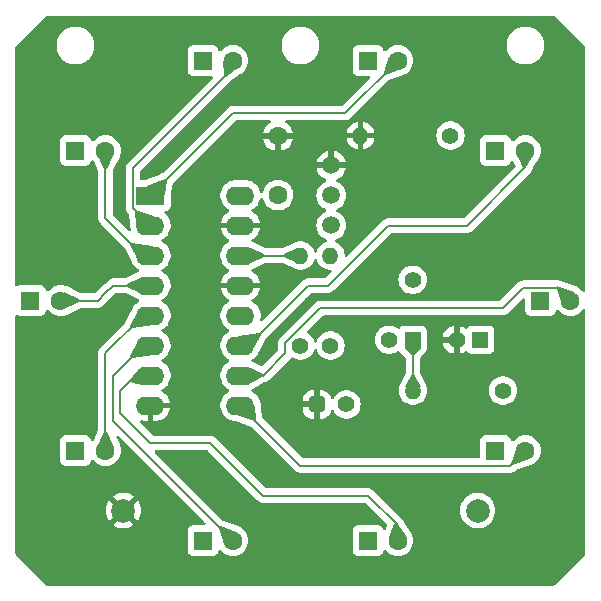
<source format=gbr>
%TF.GenerationSoftware,KiCad,Pcbnew,8.0.5*%
%TF.CreationDate,2024-11-23T09:58:24+09:00*%
%TF.ProjectId,voice4017,766f6963-6534-4303-9137-2e6b69636164,rev?*%
%TF.SameCoordinates,Original*%
%TF.FileFunction,Copper,L2,Bot*%
%TF.FilePolarity,Positive*%
%FSLAX46Y46*%
G04 Gerber Fmt 4.6, Leading zero omitted, Abs format (unit mm)*
G04 Created by KiCad (PCBNEW 8.0.5) date 2024-11-23 09:58:24*
%MOMM*%
%LPD*%
G01*
G04 APERTURE LIST*
G04 Aperture macros list*
%AMRoundRect*
0 Rectangle with rounded corners*
0 $1 Rounding radius*
0 $2 $3 $4 $5 $6 $7 $8 $9 X,Y pos of 4 corners*
0 Add a 4 corners polygon primitive as box body*
4,1,4,$2,$3,$4,$5,$6,$7,$8,$9,$2,$3,0*
0 Add four circle primitives for the rounded corners*
1,1,$1+$1,$2,$3*
1,1,$1+$1,$4,$5*
1,1,$1+$1,$6,$7*
1,1,$1+$1,$8,$9*
0 Add four rect primitives between the rounded corners*
20,1,$1+$1,$2,$3,$4,$5,0*
20,1,$1+$1,$4,$5,$6,$7,0*
20,1,$1+$1,$6,$7,$8,$9,0*
20,1,$1+$1,$8,$9,$2,$3,0*%
G04 Aperture macros list end*
%TA.AperFunction,ComponentPad*%
%ADD10R,1.600000X1.600000*%
%TD*%
%TA.AperFunction,ComponentPad*%
%ADD11C,1.600000*%
%TD*%
%TA.AperFunction,ComponentPad*%
%ADD12C,1.400000*%
%TD*%
%TA.AperFunction,ComponentPad*%
%ADD13C,1.500000*%
%TD*%
%TA.AperFunction,ComponentPad*%
%ADD14RoundRect,0.350000X-0.350000X-0.350000X0.350000X-0.350000X0.350000X0.350000X-0.350000X0.350000X0*%
%TD*%
%TA.AperFunction,ComponentPad*%
%ADD15C,2.000000*%
%TD*%
%TA.AperFunction,ComponentPad*%
%ADD16R,1.400000X1.400000*%
%TD*%
%TA.AperFunction,ComponentPad*%
%ADD17O,1.400000X1.400000*%
%TD*%
%TA.AperFunction,ComponentPad*%
%ADD18R,2.400000X1.600000*%
%TD*%
%TA.AperFunction,ComponentPad*%
%ADD19O,2.400000X1.600000*%
%TD*%
%TA.AperFunction,ViaPad*%
%ADD20C,0.600000*%
%TD*%
%TA.AperFunction,Conductor*%
%ADD21C,0.200000*%
%TD*%
G04 APERTURE END LIST*
D10*
%TO.P,D10,1,K*%
%TO.N,Net-(D1-K)*%
X129540000Y-76200000D03*
D11*
%TO.P,D10,2,A*%
%TO.N,Net-(D10-A)*%
X132080000Y-76200000D03*
%TD*%
D10*
%TO.P,D9,1,K*%
%TO.N,Net-(D1-K)*%
X133350000Y-88900000D03*
D11*
%TO.P,D9,2,A*%
%TO.N,Net-(D9-A)*%
X135890000Y-88900000D03*
%TD*%
D10*
%TO.P,D8,1,K*%
%TO.N,Net-(D1-K)*%
X144145000Y-96520000D03*
D11*
%TO.P,D8,2,A*%
%TO.N,Net-(D8-A)*%
X146685000Y-96520000D03*
%TD*%
D10*
%TO.P,D7,1,K*%
%TO.N,Net-(D1-K)*%
X158110000Y-96520000D03*
D11*
%TO.P,D7,2,A*%
%TO.N,Net-(D7-A)*%
X160650000Y-96520000D03*
%TD*%
D10*
%TO.P,D6,1,K*%
%TO.N,Net-(D1-K)*%
X168910000Y-88900000D03*
D11*
%TO.P,D6,2,A*%
%TO.N,Net-(D6-A)*%
X171450000Y-88900000D03*
%TD*%
D10*
%TO.P,D5,1,K*%
%TO.N,Net-(D1-K)*%
X172720000Y-76200000D03*
D11*
%TO.P,D5,2,A*%
%TO.N,Net-(D5-A)*%
X175260000Y-76200000D03*
%TD*%
D10*
%TO.P,D4,1,K*%
%TO.N,Net-(D1-K)*%
X168910000Y-63500000D03*
D11*
%TO.P,D4,2,A*%
%TO.N,Net-(D4-A)*%
X171450000Y-63500000D03*
%TD*%
D10*
%TO.P,D3,1,K*%
%TO.N,Net-(D1-K)*%
X158115000Y-55880000D03*
D11*
%TO.P,D3,2,A*%
%TO.N,Net-(D3-A)*%
X160655000Y-55880000D03*
%TD*%
D10*
%TO.P,D2,1,K*%
%TO.N,Net-(D1-K)*%
X144140000Y-55880000D03*
D11*
%TO.P,D2,2,A*%
%TO.N,Net-(D2-A)*%
X146680000Y-55880000D03*
%TD*%
D10*
%TO.P,D1,1,K*%
%TO.N,Net-(D1-K)*%
X133350000Y-63500000D03*
D11*
%TO.P,D1,2,A*%
%TO.N,Net-(D1-A)*%
X135890000Y-63500000D03*
%TD*%
D12*
%TO.P,,2*%
%TO.N,Net-(Q1-B)*%
X161897500Y-74447500D03*
%TD*%
D13*
%TO.P,Q1,1,E*%
%TO.N,GND*%
X154998000Y-64760000D03*
%TO.P,Q1,2,C*%
%TO.N,Net-(Q1-C)*%
X154998000Y-67300000D03*
%TO.P,Q1,3,B*%
%TO.N,Net-(Q1-B)*%
X154998000Y-69840000D03*
%TD*%
D14*
%TO.P,U2,1,-*%
%TO.N,GND*%
X153790000Y-84995000D03*
D12*
%TO.P,U2,2,+*%
%TO.N,Net-(U2-+)*%
X156290000Y-84995000D03*
%TD*%
D15*
%TO.P,J1,1,1*%
%TO.N,VCC*%
X167400000Y-93980000D03*
%TD*%
D11*
%TO.P,C3,1*%
%TO.N,VCC*%
X150495000Y-67270000D03*
%TO.P,C3,2*%
%TO.N,GND*%
X150495000Y-62270000D03*
%TD*%
D16*
%TO.P,C2,1*%
%TO.N,Net-(U2-+)*%
X161897500Y-79527500D03*
D12*
%TO.P,C2,2*%
%TO.N,Net-(Q1-B)*%
X159897500Y-79527500D03*
%TD*%
%TO.P,R4,1*%
%TO.N,Net-(D1-K)*%
X165100000Y-62230000D03*
D17*
%TO.P,R4,2*%
%TO.N,GND*%
X157480000Y-62230000D03*
%TD*%
D12*
%TO.P,R1,1*%
%TO.N,VCC*%
X169545000Y-83820000D03*
D17*
%TO.P,R1,2*%
%TO.N,Net-(U2-+)*%
X161925000Y-83820000D03*
%TD*%
D18*
%TO.P,U1,1,Q5*%
%TO.N,Net-(D3-A)*%
X139700000Y-67310000D03*
D19*
%TO.P,U1,2,Q1*%
%TO.N,Net-(D2-A)*%
X139700000Y-69850000D03*
%TO.P,U1,3,Q0*%
%TO.N,Net-(D1-A)*%
X139700000Y-72390000D03*
%TO.P,U1,4,Q2*%
%TO.N,Net-(D10-A)*%
X139700000Y-74930000D03*
%TO.P,U1,5,Q6*%
%TO.N,Net-(D9-A)*%
X139700000Y-77470000D03*
%TO.P,U1,6,Q7*%
%TO.N,Net-(D8-A)*%
X139700000Y-80010000D03*
%TO.P,U1,7,Q3*%
%TO.N,Net-(D7-A)*%
X139700000Y-82550000D03*
%TO.P,U1,8,VSS*%
%TO.N,GND*%
X139700000Y-85090000D03*
%TO.P,U1,9,Q8*%
%TO.N,Net-(D6-A)*%
X147320000Y-85090000D03*
%TO.P,U1,10,Q4*%
%TO.N,Net-(D5-A)*%
X147320000Y-82550000D03*
%TO.P,U1,11,Q9*%
%TO.N,Net-(D4-A)*%
X147320000Y-80010000D03*
%TO.P,U1,12,Cout*%
%TO.N,unconnected-(U1-Cout-Pad12)*%
X147320000Y-77470000D03*
%TO.P,U1,13,CKEN*%
%TO.N,GND*%
X147320000Y-74930000D03*
%TO.P,U1,14,CLK*%
%TO.N,Net-(Q1-C)*%
X147320000Y-72390000D03*
%TO.P,U1,15,Reset*%
%TO.N,GND*%
X147320000Y-69850000D03*
%TO.P,U1,16,VDD*%
%TO.N,VCC*%
X147320000Y-67310000D03*
%TD*%
D12*
%TO.P,R2,1*%
%TO.N,VCC*%
X154940000Y-80010000D03*
D17*
%TO.P,R2,2*%
%TO.N,Net-(Q1-B)*%
X154940000Y-72390000D03*
%TD*%
D15*
%TO.P,J2,1,1*%
%TO.N,GND*%
X137400000Y-93980000D03*
%TD*%
D16*
%TO.P,C1,1*%
%TO.N,VCC*%
X167612500Y-79527500D03*
D12*
%TO.P,C1,2*%
%TO.N,GND*%
X165612500Y-79527500D03*
%TD*%
%TO.P,R3,1*%
%TO.N,VCC*%
X152400000Y-80010000D03*
D17*
%TO.P,R3,2*%
%TO.N,Net-(Q1-C)*%
X152400000Y-72390000D03*
%TD*%
D20*
%TO.N,GND*%
X153035000Y-76200000D03*
X149860000Y-80010000D03*
X160655000Y-68580000D03*
X167640000Y-53340000D03*
X132080000Y-83820000D03*
X160655000Y-59055000D03*
X164465000Y-87630000D03*
X141605000Y-63500000D03*
X154305000Y-78105000D03*
X169545000Y-81915000D03*
X152400000Y-96520000D03*
X129540000Y-88900000D03*
X152400000Y-69850000D03*
X143510000Y-81280000D03*
X143510000Y-68580000D03*
X170815000Y-99060000D03*
X167640000Y-66675000D03*
X175260000Y-88900000D03*
X161290000Y-78105000D03*
X168910000Y-86995000D03*
X137160000Y-76835000D03*
X158750000Y-91440000D03*
X166370000Y-59690000D03*
X165100000Y-83820000D03*
X133985000Y-99060000D03*
X158750000Y-88900000D03*
X137160000Y-53340000D03*
X147320000Y-92710000D03*
X158115000Y-75565000D03*
X153670000Y-73660000D03*
X175260000Y-63500000D03*
X152400000Y-91440000D03*
X151130000Y-82550000D03*
X157480000Y-93980000D03*
X147320000Y-87630000D03*
X164465000Y-91440000D03*
X155575000Y-59055000D03*
X160655000Y-71120000D03*
X137160000Y-73025000D03*
X147320000Y-59055000D03*
X156845000Y-71120000D03*
X132080000Y-68580000D03*
X129540000Y-63500000D03*
X139700000Y-59690000D03*
X158115000Y-80010000D03*
X141605000Y-89535000D03*
X173990000Y-82550000D03*
X169545000Y-78105000D03*
X170180000Y-68580000D03*
X163830000Y-75565000D03*
%TD*%
D21*
%TO.N,Net-(D4-A)*%
X171450000Y-63500000D02*
X171450000Y-64914214D01*
X171450000Y-64914214D02*
X166514214Y-69850000D01*
X166514214Y-69850000D02*
X159809264Y-69850000D01*
X159809264Y-69850000D02*
X154729264Y-74930000D01*
X154729264Y-74930000D02*
X153035000Y-74930000D01*
X153035000Y-74930000D02*
X147955000Y-80010000D01*
X147955000Y-80010000D02*
X147320000Y-80010000D01*
%TO.N,Net-(D5-A)*%
X175260000Y-76200000D02*
X174160000Y-75100000D01*
X174160000Y-75100000D02*
X171280000Y-75100000D01*
X171280000Y-75100000D02*
X169545000Y-76835000D01*
X169545000Y-76835000D02*
X154091471Y-76835000D01*
X154091471Y-76835000D02*
X151130000Y-79796471D01*
X151130000Y-80645000D02*
X149225000Y-82550000D01*
X151130000Y-79796471D02*
X151130000Y-80645000D01*
X149225000Y-82550000D02*
X147320000Y-82550000D01*
%TO.N,Net-(D6-A)*%
X171450000Y-88900000D02*
X170180000Y-90170000D01*
X170180000Y-90170000D02*
X152400000Y-90170000D01*
X152400000Y-90170000D02*
X147320000Y-85090000D01*
%TO.N,Net-(U2-+)*%
X161925000Y-83820000D02*
X161925000Y-79555000D01*
X161925000Y-79555000D02*
X161897500Y-79527500D01*
%TO.N,Net-(D1-A)*%
X139700000Y-72390000D02*
X139065000Y-72390000D01*
X139065000Y-72390000D02*
X135890000Y-69215000D01*
X135890000Y-69215000D02*
X135890000Y-63500000D01*
%TO.N,Net-(D2-A)*%
X138200000Y-68350000D02*
X138200000Y-65000000D01*
X139700000Y-69850000D02*
X138200000Y-68350000D01*
X138200000Y-65000000D02*
X146680000Y-56520000D01*
X146680000Y-56520000D02*
X146680000Y-55880000D01*
%TO.N,Net-(D3-A)*%
X139700000Y-67310000D02*
X146685000Y-60325000D01*
X160655000Y-55880000D02*
X156210000Y-60325000D01*
X156210000Y-60325000D02*
X146685000Y-60325000D01*
%TO.N,Net-(D7-A)*%
X137160000Y-85725000D02*
X137160000Y-83820000D01*
X160650000Y-95247208D02*
X158112792Y-92710000D01*
X144780000Y-88265000D02*
X139700000Y-88265000D01*
X139700000Y-88265000D02*
X137160000Y-85725000D01*
X160650000Y-96520000D02*
X160650000Y-95247208D01*
X137160000Y-83820000D02*
X138430000Y-82550000D01*
X138430000Y-82550000D02*
X139700000Y-82550000D01*
X149225000Y-92710000D02*
X144780000Y-88265000D01*
X158112792Y-92710000D02*
X149225000Y-92710000D01*
%TO.N,Net-(D8-A)*%
X136525000Y-86360000D02*
X136525000Y-82550000D01*
X136525000Y-82550000D02*
X139065000Y-80010000D01*
X146685000Y-96520000D02*
X136525000Y-86360000D01*
X139065000Y-80010000D02*
X139700000Y-80010000D01*
%TO.N,Net-(D9-A)*%
X135890000Y-88900000D02*
X135890000Y-80645000D01*
X139065000Y-77470000D02*
X139700000Y-77470000D01*
X135890000Y-80645000D02*
X139065000Y-77470000D01*
%TO.N,Net-(D10-A)*%
X139700000Y-74930000D02*
X136525000Y-74930000D01*
X135255000Y-76200000D02*
X135890000Y-75565000D01*
X132080000Y-76200000D02*
X135255000Y-76200000D01*
X136525000Y-74930000D02*
X135890000Y-75565000D01*
%TO.N,Net-(Q1-C)*%
X147320000Y-72390000D02*
X152400000Y-72390000D01*
%TD*%
%TA.AperFunction,Conductor*%
%TO.N,GND*%
G36*
X173932863Y-52089685D02*
G01*
X173953505Y-52106319D01*
X176493681Y-54646495D01*
X176527166Y-54707818D01*
X176530000Y-54734176D01*
X176530000Y-75353116D01*
X176510315Y-75420155D01*
X176457511Y-75465910D01*
X176388353Y-75475854D01*
X176324797Y-75446829D01*
X176304425Y-75424239D01*
X176260046Y-75360859D01*
X176099141Y-75199954D01*
X175912734Y-75069432D01*
X175912732Y-75069431D01*
X175706496Y-74973260D01*
X175672586Y-74964174D01*
X175667131Y-74962578D01*
X174469759Y-74582116D01*
X174445312Y-74571326D01*
X174427918Y-74561284D01*
X174427918Y-74561283D01*
X174427913Y-74561282D01*
X174391785Y-74540423D01*
X174239057Y-74499499D01*
X174080943Y-74499499D01*
X174073347Y-74499499D01*
X174073331Y-74499500D01*
X171366670Y-74499500D01*
X171366654Y-74499499D01*
X171359058Y-74499499D01*
X171200943Y-74499499D01*
X171124579Y-74519961D01*
X171048214Y-74540423D01*
X171048209Y-74540426D01*
X170911290Y-74619475D01*
X170911282Y-74619481D01*
X169332584Y-76198181D01*
X169271261Y-76231666D01*
X169244903Y-76234500D01*
X154012411Y-76234500D01*
X153971490Y-76245464D01*
X153971490Y-76245465D01*
X153934222Y-76255451D01*
X153859685Y-76275423D01*
X153859680Y-76275426D01*
X153722761Y-76354475D01*
X153722753Y-76354481D01*
X150649479Y-79427755D01*
X150629924Y-79461626D01*
X150621659Y-79475943D01*
X150589301Y-79531989D01*
X150572846Y-79560490D01*
X150570423Y-79564686D01*
X150529499Y-79717414D01*
X150529499Y-79717416D01*
X150529499Y-79885517D01*
X150529500Y-79885530D01*
X150529500Y-80344902D01*
X150509815Y-80411941D01*
X150493181Y-80432583D01*
X149182544Y-81743219D01*
X149121221Y-81776704D01*
X149051529Y-81771720D01*
X149038140Y-81765803D01*
X148412274Y-81443842D01*
X148404214Y-81439309D01*
X148401611Y-81437714D01*
X148401612Y-81437714D01*
X148401610Y-81437713D01*
X148308917Y-81390483D01*
X148258123Y-81342510D01*
X148241328Y-81274689D01*
X148263865Y-81208554D01*
X148308917Y-81169516D01*
X148401610Y-81122287D01*
X148460159Y-81079749D01*
X148567213Y-81001971D01*
X148567215Y-81001968D01*
X148567219Y-81001966D01*
X148711966Y-80857219D01*
X148711968Y-80857215D01*
X148711971Y-80857213D01*
X148801446Y-80734059D01*
X148832287Y-80691610D01*
X148925220Y-80509219D01*
X148964371Y-80388723D01*
X148970320Y-80373787D01*
X149442034Y-79382313D01*
X149466322Y-79347911D01*
X153247416Y-75566819D01*
X153308739Y-75533334D01*
X153335097Y-75530500D01*
X154642595Y-75530500D01*
X154642611Y-75530501D01*
X154650207Y-75530501D01*
X154808318Y-75530501D01*
X154808321Y-75530501D01*
X154961049Y-75489577D01*
X155011168Y-75460639D01*
X155097980Y-75410520D01*
X155209784Y-75298716D01*
X155209784Y-75298714D01*
X155219992Y-75288507D01*
X155219993Y-75288504D01*
X156060998Y-74447499D01*
X160691857Y-74447499D01*
X160691857Y-74447500D01*
X160712384Y-74669035D01*
X160712385Y-74669037D01*
X160773269Y-74883023D01*
X160773275Y-74883038D01*
X160872438Y-75082183D01*
X160872443Y-75082191D01*
X161006520Y-75259738D01*
X161170937Y-75409623D01*
X161170939Y-75409625D01*
X161360095Y-75526745D01*
X161360096Y-75526745D01*
X161360099Y-75526747D01*
X161567560Y-75607118D01*
X161786257Y-75648000D01*
X161786259Y-75648000D01*
X162008741Y-75648000D01*
X162008743Y-75648000D01*
X162227440Y-75607118D01*
X162434901Y-75526747D01*
X162624062Y-75409624D01*
X162788481Y-75259736D01*
X162922558Y-75082189D01*
X163021729Y-74883028D01*
X163082615Y-74669036D01*
X163103143Y-74447500D01*
X163082615Y-74225964D01*
X163021729Y-74011972D01*
X162985103Y-73938417D01*
X162922561Y-73812816D01*
X162922556Y-73812808D01*
X162788479Y-73635261D01*
X162624062Y-73485376D01*
X162624060Y-73485374D01*
X162434904Y-73368254D01*
X162434898Y-73368252D01*
X162227440Y-73287882D01*
X162008743Y-73247000D01*
X161786257Y-73247000D01*
X161567560Y-73287882D01*
X161436364Y-73338707D01*
X161360101Y-73368252D01*
X161360095Y-73368254D01*
X161170939Y-73485374D01*
X161170937Y-73485376D01*
X161006520Y-73635261D01*
X160872443Y-73812808D01*
X160872438Y-73812816D01*
X160773275Y-74011961D01*
X160773269Y-74011976D01*
X160712385Y-74225962D01*
X160712384Y-74225964D01*
X160691857Y-74447499D01*
X156060998Y-74447499D01*
X160021680Y-70486819D01*
X160083003Y-70453334D01*
X160109361Y-70450500D01*
X166427545Y-70450500D01*
X166427561Y-70450501D01*
X166435157Y-70450501D01*
X166593268Y-70450501D01*
X166593271Y-70450501D01*
X166745999Y-70409577D01*
X166796118Y-70380639D01*
X166882930Y-70330520D01*
X166994734Y-70218716D01*
X166994734Y-70218714D01*
X167004942Y-70208507D01*
X167004943Y-70208504D01*
X171725422Y-65488026D01*
X171734774Y-65479581D01*
X171736870Y-65477875D01*
X171739317Y-65474914D01*
X171747183Y-65466265D01*
X171930520Y-65282930D01*
X172009577Y-65145998D01*
X172041041Y-65028571D01*
X172054976Y-64996059D01*
X172098110Y-64925399D01*
X172494355Y-64276282D01*
X172498592Y-64269806D01*
X172580568Y-64152734D01*
X172614441Y-64080091D01*
X172618570Y-64072023D01*
X172632425Y-64047231D01*
X172633243Y-64045625D01*
X172647884Y-64008855D01*
X172650689Y-64002356D01*
X172676739Y-63946496D01*
X172735635Y-63726692D01*
X172755468Y-63500000D01*
X172735635Y-63273308D01*
X172676739Y-63053504D01*
X172580568Y-62847266D01*
X172450047Y-62660861D01*
X172450045Y-62660858D01*
X172289141Y-62499954D01*
X172102734Y-62369432D01*
X172102732Y-62369431D01*
X171896497Y-62273261D01*
X171896488Y-62273258D01*
X171676697Y-62214366D01*
X171676693Y-62214365D01*
X171676692Y-62214365D01*
X171676691Y-62214364D01*
X171676686Y-62214364D01*
X171450002Y-62194532D01*
X171449998Y-62194532D01*
X171223313Y-62214364D01*
X171223302Y-62214366D01*
X171003511Y-62273258D01*
X171003502Y-62273261D01*
X170797267Y-62369431D01*
X170797265Y-62369432D01*
X170610858Y-62499954D01*
X170449954Y-62660858D01*
X170432725Y-62685464D01*
X170378147Y-62729088D01*
X170308648Y-62736280D01*
X170246294Y-62704757D01*
X170210882Y-62644526D01*
X170207861Y-62627591D01*
X170204091Y-62592516D01*
X170153797Y-62457671D01*
X170153793Y-62457664D01*
X170067547Y-62342455D01*
X170067544Y-62342452D01*
X169952335Y-62256206D01*
X169952328Y-62256202D01*
X169817482Y-62205908D01*
X169817483Y-62205908D01*
X169757883Y-62199501D01*
X169757881Y-62199500D01*
X169757873Y-62199500D01*
X169757864Y-62199500D01*
X168062129Y-62199500D01*
X168062123Y-62199501D01*
X168002516Y-62205908D01*
X167867671Y-62256202D01*
X167867664Y-62256206D01*
X167752455Y-62342452D01*
X167752452Y-62342455D01*
X167666206Y-62457664D01*
X167666202Y-62457671D01*
X167615908Y-62592517D01*
X167609501Y-62652116D01*
X167609500Y-62652135D01*
X167609500Y-64347870D01*
X167609501Y-64347876D01*
X167615908Y-64407483D01*
X167666202Y-64542328D01*
X167666206Y-64542335D01*
X167752452Y-64657544D01*
X167752455Y-64657547D01*
X167867664Y-64743793D01*
X167867671Y-64743797D01*
X168002517Y-64794091D01*
X168002516Y-64794091D01*
X168009444Y-64794835D01*
X168062127Y-64800500D01*
X169757872Y-64800499D01*
X169817483Y-64794091D01*
X169952331Y-64743796D01*
X170067546Y-64657546D01*
X170153796Y-64542331D01*
X170201434Y-64414605D01*
X170243304Y-64358672D01*
X170308769Y-64334254D01*
X170377042Y-64349105D01*
X170426448Y-64398510D01*
X170430290Y-64406165D01*
X170492856Y-64542328D01*
X170585428Y-64743793D01*
X170607874Y-64792641D01*
X170617979Y-64861776D01*
X170589101Y-64925399D01*
X170582881Y-64932095D01*
X166301798Y-69213181D01*
X166240475Y-69246666D01*
X166214117Y-69249500D01*
X159895933Y-69249500D01*
X159895917Y-69249499D01*
X159888321Y-69249499D01*
X159730207Y-69249499D01*
X159622851Y-69278265D01*
X159577474Y-69290424D01*
X159577473Y-69290425D01*
X159527360Y-69319359D01*
X159527359Y-69319360D01*
X159483953Y-69344420D01*
X159440549Y-69369479D01*
X159440546Y-69369481D01*
X159328742Y-69481286D01*
X156355692Y-72454335D01*
X156294369Y-72487820D01*
X156224677Y-72482836D01*
X156168744Y-72440964D01*
X156144540Y-72378095D01*
X156125115Y-72168464D01*
X156125114Y-72168462D01*
X156113293Y-72126916D01*
X156064229Y-71954472D01*
X156064224Y-71954461D01*
X155965061Y-71755316D01*
X155965056Y-71755308D01*
X155830979Y-71577761D01*
X155666562Y-71427876D01*
X155666560Y-71427874D01*
X155477404Y-71310754D01*
X155477398Y-71310751D01*
X155366627Y-71267839D01*
X155311226Y-71225266D01*
X155287635Y-71159499D01*
X155303346Y-71091419D01*
X155353370Y-71042640D01*
X155379328Y-71032437D01*
X155427330Y-71019575D01*
X155625639Y-70927102D01*
X155804877Y-70801598D01*
X155959598Y-70646877D01*
X156085102Y-70467639D01*
X156177575Y-70269330D01*
X156234207Y-70057977D01*
X156253277Y-69840000D01*
X156234207Y-69622023D01*
X156195418Y-69477259D01*
X156177577Y-69410677D01*
X156177576Y-69410676D01*
X156177575Y-69410670D01*
X156085102Y-69212362D01*
X156085100Y-69212359D01*
X156085099Y-69212357D01*
X155959599Y-69033124D01*
X155892740Y-68966265D01*
X155804877Y-68878402D01*
X155625639Y-68752898D01*
X155474414Y-68682381D01*
X155421977Y-68636210D01*
X155402825Y-68569016D01*
X155423041Y-68502135D01*
X155474414Y-68457618D01*
X155625639Y-68387102D01*
X155804877Y-68261598D01*
X155959598Y-68106877D01*
X156085102Y-67927639D01*
X156177575Y-67729330D01*
X156234207Y-67517977D01*
X156253277Y-67300000D01*
X156250652Y-67270001D01*
X156245197Y-67207648D01*
X156234207Y-67082023D01*
X156177575Y-66870670D01*
X156085102Y-66672362D01*
X156085100Y-66672359D01*
X156085099Y-66672357D01*
X155959599Y-66493124D01*
X155897333Y-66430858D01*
X155804877Y-66338402D01*
X155625639Y-66212898D01*
X155625640Y-66212898D01*
X155625638Y-66212897D01*
X155473824Y-66142105D01*
X155421385Y-66095932D01*
X155402233Y-66028739D01*
X155422449Y-65961858D01*
X155473825Y-65917341D01*
X155625384Y-65846668D01*
X155625386Y-65846667D01*
X155804554Y-65721212D01*
X155959212Y-65566554D01*
X156084666Y-65387387D01*
X156177101Y-65189159D01*
X156177105Y-65189150D01*
X156225108Y-65010000D01*
X155313686Y-65010000D01*
X155318080Y-65005606D01*
X155370741Y-64914394D01*
X155398000Y-64812661D01*
X155398000Y-64707339D01*
X155370741Y-64605606D01*
X155318080Y-64514394D01*
X155313686Y-64510000D01*
X156225108Y-64510000D01*
X156225108Y-64509999D01*
X156177105Y-64330849D01*
X156177101Y-64330840D01*
X156084666Y-64132612D01*
X156084664Y-64132608D01*
X155959216Y-63953450D01*
X155959211Y-63953444D01*
X155804554Y-63798787D01*
X155625387Y-63673333D01*
X155427159Y-63580898D01*
X155427150Y-63580894D01*
X155248000Y-63532891D01*
X155248000Y-64444314D01*
X155243606Y-64439920D01*
X155152394Y-64387259D01*
X155050661Y-64360000D01*
X154945339Y-64360000D01*
X154843606Y-64387259D01*
X154752394Y-64439920D01*
X154748000Y-64444314D01*
X154748000Y-63532892D01*
X154747999Y-63532891D01*
X154568849Y-63580894D01*
X154568840Y-63580898D01*
X154370612Y-63673333D01*
X154370608Y-63673335D01*
X154191450Y-63798783D01*
X154191444Y-63798788D01*
X154036788Y-63953444D01*
X154036783Y-63953450D01*
X153911335Y-64132608D01*
X153911333Y-64132612D01*
X153818898Y-64330840D01*
X153818894Y-64330849D01*
X153770891Y-64509999D01*
X153770892Y-64510000D01*
X154682314Y-64510000D01*
X154677920Y-64514394D01*
X154625259Y-64605606D01*
X154598000Y-64707339D01*
X154598000Y-64812661D01*
X154625259Y-64914394D01*
X154677920Y-65005606D01*
X154682314Y-65010000D01*
X153770892Y-65010000D01*
X153818894Y-65189150D01*
X153818898Y-65189159D01*
X153911333Y-65387387D01*
X154036787Y-65566554D01*
X154191445Y-65721212D01*
X154370613Y-65846667D01*
X154370615Y-65846668D01*
X154522174Y-65917341D01*
X154574614Y-65963513D01*
X154593766Y-66030706D01*
X154573551Y-66097588D01*
X154522176Y-66142105D01*
X154370358Y-66212900D01*
X154370357Y-66212900D01*
X154191121Y-66338402D01*
X154036402Y-66493121D01*
X153910900Y-66672357D01*
X153910898Y-66672361D01*
X153818426Y-66870668D01*
X153818422Y-66870677D01*
X153761793Y-67082020D01*
X153761793Y-67082024D01*
X153742723Y-67299997D01*
X153742723Y-67300002D01*
X153761793Y-67517975D01*
X153761793Y-67517979D01*
X153818422Y-67729322D01*
X153818424Y-67729326D01*
X153818425Y-67729330D01*
X153855678Y-67809219D01*
X153910897Y-67927638D01*
X153910898Y-67927639D01*
X154036402Y-68106877D01*
X154191123Y-68261598D01*
X154320709Y-68352335D01*
X154370361Y-68387102D01*
X154521583Y-68457618D01*
X154574022Y-68503790D01*
X154593174Y-68570984D01*
X154572958Y-68637865D01*
X154521583Y-68682382D01*
X154370361Y-68752898D01*
X154370357Y-68752900D01*
X154191121Y-68878402D01*
X154036402Y-69033121D01*
X153910900Y-69212357D01*
X153910898Y-69212361D01*
X153818426Y-69410668D01*
X153818422Y-69410677D01*
X153761793Y-69622020D01*
X153761793Y-69622024D01*
X153742723Y-69839997D01*
X153742723Y-69840002D01*
X153761793Y-70057975D01*
X153761793Y-70057979D01*
X153818422Y-70269322D01*
X153818424Y-70269326D01*
X153818425Y-70269330D01*
X153850628Y-70338389D01*
X153910897Y-70467638D01*
X153910898Y-70467639D01*
X154036402Y-70646877D01*
X154191123Y-70801598D01*
X154370361Y-70927102D01*
X154547096Y-71009515D01*
X154570757Y-71020548D01*
X154623196Y-71066720D01*
X154642348Y-71133914D01*
X154622132Y-71200795D01*
X154568967Y-71246129D01*
X154563158Y-71248551D01*
X154525233Y-71263244D01*
X154402601Y-71310751D01*
X154402595Y-71310754D01*
X154213439Y-71427874D01*
X154213437Y-71427876D01*
X154049020Y-71577761D01*
X153914943Y-71755308D01*
X153914938Y-71755316D01*
X153815775Y-71954461D01*
X153815769Y-71954476D01*
X153789266Y-72047627D01*
X153751987Y-72106721D01*
X153688677Y-72136278D01*
X153619438Y-72126916D01*
X153566251Y-72081606D01*
X153550734Y-72047627D01*
X153524230Y-71954476D01*
X153524229Y-71954472D01*
X153524224Y-71954461D01*
X153425061Y-71755316D01*
X153425056Y-71755308D01*
X153290979Y-71577761D01*
X153126562Y-71427876D01*
X153126560Y-71427874D01*
X152937404Y-71310754D01*
X152937398Y-71310752D01*
X152729940Y-71230382D01*
X152511243Y-71189500D01*
X152288757Y-71189500D01*
X152070060Y-71230382D01*
X152070055Y-71230383D01*
X151938248Y-71281445D01*
X151930941Y-71284016D01*
X151901164Y-71293459D01*
X151901151Y-71293464D01*
X151881004Y-71303193D01*
X151871891Y-71307151D01*
X151862610Y-71310747D01*
X151862594Y-71310755D01*
X151858355Y-71313380D01*
X151847004Y-71319613D01*
X150899529Y-71777162D01*
X150845606Y-71789500D01*
X149462173Y-71789500D01*
X149407102Y-71776600D01*
X148410611Y-71282645D01*
X148402614Y-71278224D01*
X148308370Y-71230204D01*
X148257574Y-71182229D01*
X148240779Y-71114408D01*
X148263317Y-71048273D01*
X148308371Y-71009234D01*
X148401347Y-70961861D01*
X148566894Y-70841582D01*
X148566895Y-70841582D01*
X148711582Y-70696895D01*
X148711582Y-70696894D01*
X148831859Y-70531349D01*
X148924755Y-70349029D01*
X148987990Y-70154413D01*
X148996609Y-70100000D01*
X147635686Y-70100000D01*
X147640080Y-70095606D01*
X147692741Y-70004394D01*
X147720000Y-69902661D01*
X147720000Y-69797339D01*
X147692741Y-69695606D01*
X147640080Y-69604394D01*
X147635686Y-69600000D01*
X148996609Y-69600000D01*
X148987990Y-69545586D01*
X148924755Y-69350970D01*
X148831859Y-69168650D01*
X148711582Y-69003105D01*
X148711582Y-69003104D01*
X148566895Y-68858417D01*
X148401349Y-68738140D01*
X148308370Y-68690765D01*
X148257574Y-68642790D01*
X148240779Y-68574969D01*
X148263316Y-68508835D01*
X148308370Y-68469795D01*
X148312788Y-68467544D01*
X148401610Y-68422287D01*
X148431505Y-68400567D01*
X148567213Y-68301971D01*
X148567215Y-68301968D01*
X148567219Y-68301966D01*
X148711966Y-68157219D01*
X148711968Y-68157215D01*
X148711971Y-68157213D01*
X148764732Y-68084590D01*
X148832287Y-67991610D01*
X148925220Y-67809219D01*
X148988477Y-67614534D01*
X148991008Y-67598552D01*
X149020935Y-67535419D01*
X149080245Y-67498486D01*
X149150108Y-67499482D01*
X149208342Y-67538090D01*
X149233256Y-67585856D01*
X149268258Y-67716488D01*
X149268261Y-67716497D01*
X149364431Y-67922732D01*
X149364432Y-67922734D01*
X149494954Y-68109141D01*
X149655858Y-68270045D01*
X149701446Y-68301966D01*
X149842266Y-68400568D01*
X150048504Y-68496739D01*
X150268308Y-68555635D01*
X150430230Y-68569801D01*
X150494998Y-68575468D01*
X150495000Y-68575468D01*
X150495002Y-68575468D01*
X150551673Y-68570509D01*
X150721692Y-68555635D01*
X150941496Y-68496739D01*
X151147734Y-68400568D01*
X151334139Y-68270047D01*
X151495047Y-68109139D01*
X151625568Y-67922734D01*
X151721739Y-67716496D01*
X151780635Y-67496692D01*
X151800468Y-67270000D01*
X151780635Y-67043308D01*
X151734377Y-66870670D01*
X151721741Y-66823511D01*
X151721738Y-66823502D01*
X151715804Y-66810776D01*
X151625568Y-66617266D01*
X151495047Y-66430861D01*
X151495045Y-66430858D01*
X151334141Y-66269954D01*
X151147734Y-66139432D01*
X151147732Y-66139431D01*
X150941497Y-66043261D01*
X150941488Y-66043258D01*
X150721697Y-65984366D01*
X150721693Y-65984365D01*
X150721692Y-65984365D01*
X150721691Y-65984364D01*
X150721686Y-65984364D01*
X150495002Y-65964532D01*
X150494998Y-65964532D01*
X150268313Y-65984364D01*
X150268302Y-65984366D01*
X150048511Y-66043258D01*
X150048502Y-66043261D01*
X149842267Y-66139431D01*
X149842265Y-66139432D01*
X149655858Y-66269954D01*
X149494954Y-66430858D01*
X149364432Y-66617265D01*
X149364431Y-66617267D01*
X149268261Y-66823502D01*
X149268259Y-66823508D01*
X149223437Y-66990789D01*
X149187072Y-67050449D01*
X149124225Y-67080978D01*
X149054849Y-67072683D01*
X149000971Y-67028198D01*
X148985731Y-66997014D01*
X148925218Y-66810776D01*
X148891503Y-66744607D01*
X148832287Y-66628390D01*
X148824204Y-66617265D01*
X148711971Y-66462786D01*
X148567213Y-66318028D01*
X148401613Y-66197715D01*
X148401612Y-66197714D01*
X148401610Y-66197713D01*
X148344653Y-66168691D01*
X148219223Y-66104781D01*
X148024534Y-66041522D01*
X147849995Y-66013878D01*
X147822352Y-66009500D01*
X146817648Y-66009500D01*
X146793329Y-66013351D01*
X146615465Y-66041522D01*
X146420776Y-66104781D01*
X146238386Y-66197715D01*
X146072786Y-66318028D01*
X145928028Y-66462786D01*
X145807715Y-66628386D01*
X145714781Y-66810776D01*
X145651522Y-67005465D01*
X145619500Y-67207648D01*
X145619500Y-67412351D01*
X145651522Y-67614534D01*
X145714781Y-67809223D01*
X145807715Y-67991613D01*
X145928028Y-68157213D01*
X146072786Y-68301971D01*
X146208495Y-68400567D01*
X146238390Y-68422287D01*
X146307731Y-68457618D01*
X146331629Y-68469795D01*
X146382425Y-68517770D01*
X146399220Y-68585591D01*
X146376682Y-68651726D01*
X146331629Y-68690765D01*
X146238650Y-68738140D01*
X146073105Y-68858417D01*
X146073104Y-68858417D01*
X145928417Y-69003104D01*
X145928417Y-69003105D01*
X145808140Y-69168650D01*
X145715244Y-69350970D01*
X145652009Y-69545586D01*
X145643391Y-69600000D01*
X147004314Y-69600000D01*
X146999920Y-69604394D01*
X146947259Y-69695606D01*
X146920000Y-69797339D01*
X146920000Y-69902661D01*
X146947259Y-70004394D01*
X146999920Y-70095606D01*
X147004314Y-70100000D01*
X145643391Y-70100000D01*
X145652009Y-70154413D01*
X145715244Y-70349029D01*
X145808140Y-70531349D01*
X145928417Y-70696894D01*
X145928417Y-70696895D01*
X146073104Y-70841582D01*
X146238652Y-70961861D01*
X146331628Y-71009234D01*
X146382425Y-71057208D01*
X146399220Y-71125029D01*
X146376683Y-71191164D01*
X146331630Y-71230203D01*
X146238388Y-71277713D01*
X146072786Y-71398028D01*
X145928028Y-71542786D01*
X145807715Y-71708386D01*
X145714781Y-71890776D01*
X145651522Y-72085465D01*
X145619500Y-72287648D01*
X145619500Y-72492351D01*
X145651522Y-72694534D01*
X145714781Y-72889223D01*
X145766385Y-72990500D01*
X145783802Y-73024683D01*
X145807715Y-73071613D01*
X145928028Y-73237213D01*
X146072786Y-73381971D01*
X146215111Y-73485374D01*
X146238390Y-73502287D01*
X146310424Y-73538990D01*
X146331629Y-73549795D01*
X146382425Y-73597770D01*
X146399220Y-73665591D01*
X146376682Y-73731726D01*
X146331629Y-73770765D01*
X146238650Y-73818140D01*
X146073105Y-73938417D01*
X146073104Y-73938417D01*
X145928417Y-74083104D01*
X145928417Y-74083105D01*
X145808140Y-74248650D01*
X145715244Y-74430970D01*
X145652009Y-74625586D01*
X145643391Y-74680000D01*
X147004314Y-74680000D01*
X146999920Y-74684394D01*
X146947259Y-74775606D01*
X146920000Y-74877339D01*
X146920000Y-74982661D01*
X146947259Y-75084394D01*
X146999920Y-75175606D01*
X147004314Y-75180000D01*
X145643391Y-75180000D01*
X145652009Y-75234413D01*
X145715244Y-75429029D01*
X145808140Y-75611349D01*
X145928417Y-75776894D01*
X145928417Y-75776895D01*
X146073104Y-75921582D01*
X146238652Y-76041861D01*
X146331628Y-76089234D01*
X146382425Y-76137208D01*
X146399220Y-76205029D01*
X146376683Y-76271164D01*
X146331630Y-76310203D01*
X146238388Y-76357713D01*
X146072786Y-76478028D01*
X145928028Y-76622786D01*
X145807715Y-76788386D01*
X145714781Y-76970776D01*
X145651522Y-77165465D01*
X145619500Y-77367648D01*
X145619500Y-77572351D01*
X145651522Y-77774534D01*
X145714781Y-77969223D01*
X145807715Y-78151613D01*
X145928028Y-78317213D01*
X146072786Y-78461971D01*
X146217535Y-78567135D01*
X146238390Y-78582287D01*
X146329840Y-78628883D01*
X146331080Y-78629515D01*
X146381876Y-78677490D01*
X146398671Y-78745311D01*
X146376134Y-78811446D01*
X146331080Y-78850485D01*
X146238386Y-78897715D01*
X146072786Y-79018028D01*
X145928028Y-79162786D01*
X145807715Y-79328386D01*
X145714781Y-79510776D01*
X145651522Y-79705465D01*
X145619500Y-79907648D01*
X145619500Y-80112351D01*
X145651522Y-80314534D01*
X145714781Y-80509223D01*
X145763205Y-80604258D01*
X145805424Y-80687118D01*
X145807715Y-80691613D01*
X145928028Y-80857213D01*
X146072786Y-81001971D01*
X146192911Y-81089245D01*
X146238390Y-81122287D01*
X146329840Y-81168883D01*
X146331080Y-81169515D01*
X146381876Y-81217490D01*
X146398671Y-81285311D01*
X146376134Y-81351446D01*
X146331080Y-81390485D01*
X146238386Y-81437715D01*
X146072786Y-81558028D01*
X145928028Y-81702786D01*
X145807715Y-81868386D01*
X145714781Y-82050776D01*
X145651522Y-82245465D01*
X145619500Y-82447648D01*
X145619500Y-82652351D01*
X145651522Y-82854534D01*
X145714781Y-83049223D01*
X145778691Y-83174653D01*
X145784122Y-83185311D01*
X145807715Y-83231613D01*
X145928028Y-83397213D01*
X146072786Y-83541971D01*
X146150544Y-83598464D01*
X146238390Y-83662287D01*
X146329840Y-83708883D01*
X146331080Y-83709515D01*
X146381876Y-83757490D01*
X146398671Y-83825311D01*
X146376134Y-83891446D01*
X146331080Y-83930485D01*
X146238386Y-83977715D01*
X146072786Y-84098028D01*
X145928028Y-84242786D01*
X145807715Y-84408386D01*
X145714781Y-84590776D01*
X145651522Y-84785465D01*
X145619500Y-84987648D01*
X145619500Y-85192351D01*
X145651522Y-85394534D01*
X145714781Y-85589223D01*
X145807715Y-85771613D01*
X145928028Y-85937213D01*
X146072786Y-86081971D01*
X146224484Y-86192184D01*
X146238390Y-86202287D01*
X146354607Y-86261503D01*
X146420776Y-86295218D01*
X146420778Y-86295218D01*
X146420781Y-86295220D01*
X146525137Y-86329127D01*
X146615465Y-86358477D01*
X146664144Y-86366187D01*
X146817648Y-86390500D01*
X146865165Y-86390500D01*
X146907048Y-86397787D01*
X148240189Y-86876189D01*
X148285985Y-86905220D01*
X151915139Y-90534374D01*
X151915149Y-90534385D01*
X151919479Y-90538715D01*
X151919480Y-90538716D01*
X152031284Y-90650520D01*
X152118095Y-90700639D01*
X152118097Y-90700641D01*
X152156151Y-90722611D01*
X152168215Y-90729577D01*
X152320943Y-90770501D01*
X152320946Y-90770501D01*
X152486653Y-90770501D01*
X152486669Y-90770500D01*
X170093331Y-90770500D01*
X170093347Y-90770501D01*
X170100943Y-90770501D01*
X170259054Y-90770501D01*
X170259057Y-90770501D01*
X170411785Y-90729577D01*
X170461904Y-90700639D01*
X170548716Y-90650520D01*
X170632153Y-90567082D01*
X170680048Y-90537320D01*
X171872015Y-90133567D01*
X171879694Y-90131240D01*
X171896496Y-90126739D01*
X171902971Y-90123718D01*
X171913657Y-90119330D01*
X171922033Y-90116341D01*
X171922744Y-90116074D01*
X171986802Y-90086776D01*
X171986810Y-90086769D01*
X171992475Y-90083411D01*
X171992631Y-90083675D01*
X172006022Y-90075664D01*
X172102734Y-90030568D01*
X172289139Y-89900047D01*
X172450047Y-89739139D01*
X172580568Y-89552734D01*
X172676739Y-89346496D01*
X172735635Y-89126692D01*
X172755468Y-88900000D01*
X172754613Y-88890233D01*
X172735635Y-88673313D01*
X172735635Y-88673308D01*
X172676739Y-88453504D01*
X172580568Y-88247266D01*
X172450047Y-88060861D01*
X172450045Y-88060858D01*
X172289141Y-87899954D01*
X172102734Y-87769432D01*
X172102732Y-87769431D01*
X171896497Y-87673261D01*
X171896488Y-87673258D01*
X171676697Y-87614366D01*
X171676693Y-87614365D01*
X171676692Y-87614365D01*
X171676691Y-87614364D01*
X171676686Y-87614364D01*
X171450002Y-87594532D01*
X171449998Y-87594532D01*
X171223313Y-87614364D01*
X171223302Y-87614366D01*
X171003511Y-87673258D01*
X171003502Y-87673261D01*
X170797267Y-87769431D01*
X170797265Y-87769432D01*
X170610858Y-87899954D01*
X170449954Y-88060858D01*
X170432725Y-88085464D01*
X170378147Y-88129088D01*
X170308648Y-88136280D01*
X170246294Y-88104757D01*
X170210882Y-88044526D01*
X170207861Y-88027591D01*
X170204091Y-87992516D01*
X170153797Y-87857671D01*
X170153793Y-87857664D01*
X170067547Y-87742455D01*
X170067544Y-87742452D01*
X169952335Y-87656206D01*
X169952328Y-87656202D01*
X169817482Y-87605908D01*
X169817483Y-87605908D01*
X169757883Y-87599501D01*
X169757881Y-87599500D01*
X169757873Y-87599500D01*
X169757864Y-87599500D01*
X168062129Y-87599500D01*
X168062123Y-87599501D01*
X168002516Y-87605908D01*
X167867671Y-87656202D01*
X167867664Y-87656206D01*
X167752455Y-87742452D01*
X167752452Y-87742455D01*
X167666206Y-87857664D01*
X167666202Y-87857671D01*
X167615908Y-87992517D01*
X167609501Y-88052116D01*
X167609500Y-88052135D01*
X167609501Y-89445500D01*
X167589816Y-89512539D01*
X167537013Y-89558294D01*
X167485501Y-89569500D01*
X152700097Y-89569500D01*
X152633058Y-89549815D01*
X152612416Y-89533181D01*
X149180309Y-86101074D01*
X149146824Y-86039751D01*
X149145296Y-86031341D01*
X149055787Y-85418917D01*
X152590001Y-85418917D01*
X152592814Y-85460423D01*
X152592814Y-85460425D01*
X152637435Y-85639849D01*
X152719581Y-85805481D01*
X152835414Y-85949584D01*
X152835415Y-85949585D01*
X152979518Y-86065418D01*
X153145150Y-86147564D01*
X153324568Y-86192184D01*
X153366088Y-86194999D01*
X153539999Y-86194999D01*
X153540000Y-86194998D01*
X153540000Y-85245000D01*
X152590001Y-85245000D01*
X152590001Y-85418917D01*
X149055787Y-85418917D01*
X149041498Y-85321148D01*
X149021804Y-85186400D01*
X149020500Y-85168467D01*
X149020500Y-84987648D01*
X149014366Y-84948922D01*
X153440000Y-84948922D01*
X153440000Y-85041078D01*
X153463852Y-85130095D01*
X153509930Y-85209905D01*
X153575095Y-85275070D01*
X153654905Y-85321148D01*
X153743922Y-85345000D01*
X153836078Y-85345000D01*
X153925095Y-85321148D01*
X154004905Y-85275070D01*
X154040000Y-85239975D01*
X154040000Y-86194999D01*
X154213911Y-86194999D01*
X154213917Y-86194998D01*
X154255423Y-86192185D01*
X154255425Y-86192185D01*
X154434849Y-86147564D01*
X154600481Y-86065418D01*
X154744584Y-85949585D01*
X154744585Y-85949584D01*
X154860418Y-85805481D01*
X154942564Y-85639849D01*
X154970370Y-85528040D01*
X155005652Y-85467733D01*
X155067938Y-85436074D01*
X155137452Y-85443115D01*
X155192124Y-85486621D01*
X155201705Y-85502694D01*
X155264938Y-85629683D01*
X155264943Y-85629691D01*
X155399020Y-85807238D01*
X155563437Y-85957123D01*
X155563439Y-85957125D01*
X155752595Y-86074245D01*
X155752596Y-86074245D01*
X155752599Y-86074247D01*
X155960060Y-86154618D01*
X156178757Y-86195500D01*
X156178759Y-86195500D01*
X156401241Y-86195500D01*
X156401243Y-86195500D01*
X156619940Y-86154618D01*
X156827401Y-86074247D01*
X157016562Y-85957124D01*
X157180981Y-85807236D01*
X157315058Y-85629689D01*
X157414229Y-85430528D01*
X157475115Y-85216536D01*
X157495643Y-84995000D01*
X157492770Y-84964000D01*
X157475115Y-84773464D01*
X157475114Y-84773462D01*
X157474106Y-84769920D01*
X157414229Y-84559472D01*
X157412482Y-84555963D01*
X157315061Y-84360316D01*
X157315056Y-84360308D01*
X157180979Y-84182761D01*
X157016562Y-84032876D01*
X157016560Y-84032874D01*
X156827404Y-83915754D01*
X156827398Y-83915752D01*
X156806856Y-83907794D01*
X156619940Y-83835382D01*
X156401243Y-83794500D01*
X156178757Y-83794500D01*
X155960060Y-83835382D01*
X155838406Y-83882511D01*
X155752601Y-83915752D01*
X155752595Y-83915754D01*
X155563439Y-84032874D01*
X155563437Y-84032876D01*
X155399020Y-84182761D01*
X155264943Y-84360308D01*
X155264938Y-84360316D01*
X155201705Y-84487305D01*
X155154202Y-84538542D01*
X155086539Y-84555963D01*
X155020198Y-84534037D01*
X154976244Y-84479725D01*
X154970370Y-84461959D01*
X154942564Y-84350150D01*
X154860418Y-84184518D01*
X154744585Y-84040415D01*
X154744584Y-84040414D01*
X154600481Y-83924581D01*
X154434849Y-83842435D01*
X154255431Y-83797815D01*
X154213912Y-83795000D01*
X154040000Y-83795000D01*
X154040000Y-84750025D01*
X154004905Y-84714930D01*
X153925095Y-84668852D01*
X153836078Y-84645000D01*
X153743922Y-84645000D01*
X153654905Y-84668852D01*
X153575095Y-84714930D01*
X153509930Y-84780095D01*
X153463852Y-84859905D01*
X153440000Y-84948922D01*
X149014366Y-84948922D01*
X148988477Y-84785465D01*
X148938690Y-84632238D01*
X148925220Y-84590781D01*
X148925218Y-84590778D01*
X148925218Y-84590776D01*
X148915186Y-84571088D01*
X152590000Y-84571088D01*
X152590000Y-84745000D01*
X153540000Y-84745000D01*
X153540000Y-83795000D01*
X153366088Y-83795000D01*
X153366081Y-83795001D01*
X153324576Y-83797814D01*
X153324574Y-83797814D01*
X153145150Y-83842435D01*
X152979518Y-83924581D01*
X152835415Y-84040414D01*
X152835414Y-84040415D01*
X152719581Y-84184518D01*
X152637435Y-84350150D01*
X152592815Y-84529568D01*
X152590000Y-84571088D01*
X148915186Y-84571088D01*
X148868634Y-84479725D01*
X148832287Y-84408390D01*
X148824556Y-84397749D01*
X148711971Y-84242786D01*
X148567213Y-84098028D01*
X148401614Y-83977715D01*
X148376934Y-83965140D01*
X148308917Y-83930483D01*
X148258123Y-83882511D01*
X148241328Y-83814690D01*
X148263865Y-83748555D01*
X148308917Y-83709516D01*
X148401610Y-83662287D01*
X148401613Y-83662284D01*
X148405757Y-83659745D01*
X148405833Y-83659869D01*
X148412137Y-83655872D01*
X148414156Y-83654765D01*
X148414160Y-83654764D01*
X149350281Y-83141777D01*
X149377772Y-83130748D01*
X149456785Y-83109577D01*
X149506904Y-83080639D01*
X149593716Y-83030520D01*
X149705520Y-82918716D01*
X149705520Y-82918714D01*
X149715728Y-82908507D01*
X149715730Y-82908504D01*
X151498713Y-81125521D01*
X151498716Y-81125520D01*
X151590819Y-81033416D01*
X151652138Y-80999934D01*
X151721830Y-81004918D01*
X151743762Y-81015666D01*
X151862599Y-81089247D01*
X152070060Y-81169618D01*
X152288757Y-81210500D01*
X152288759Y-81210500D01*
X152511241Y-81210500D01*
X152511243Y-81210500D01*
X152729940Y-81169618D01*
X152937401Y-81089247D01*
X153126562Y-80972124D01*
X153290981Y-80822236D01*
X153425058Y-80644689D01*
X153524229Y-80445528D01*
X153550734Y-80352371D01*
X153588013Y-80293278D01*
X153651323Y-80263721D01*
X153720562Y-80273083D01*
X153773749Y-80318393D01*
X153789266Y-80352372D01*
X153815769Y-80445523D01*
X153815775Y-80445538D01*
X153914938Y-80644683D01*
X153914943Y-80644691D01*
X154049020Y-80822238D01*
X154213437Y-80972123D01*
X154213439Y-80972125D01*
X154402595Y-81089245D01*
X154402596Y-81089245D01*
X154402599Y-81089247D01*
X154610060Y-81169618D01*
X154828757Y-81210500D01*
X154828759Y-81210500D01*
X155051241Y-81210500D01*
X155051243Y-81210500D01*
X155269940Y-81169618D01*
X155477401Y-81089247D01*
X155666562Y-80972124D01*
X155830981Y-80822236D01*
X155965058Y-80644689D01*
X156064229Y-80445528D01*
X156125115Y-80231536D01*
X156145643Y-80010000D01*
X156141290Y-79963028D01*
X156125115Y-79788464D01*
X156125114Y-79788462D01*
X156113896Y-79749036D01*
X156064229Y-79574472D01*
X156063784Y-79573578D01*
X156040839Y-79527499D01*
X158691857Y-79527499D01*
X158691857Y-79527500D01*
X158712384Y-79749035D01*
X158712385Y-79749037D01*
X158773269Y-79963023D01*
X158773275Y-79963038D01*
X158872438Y-80162183D01*
X158872443Y-80162191D01*
X159006520Y-80339738D01*
X159170937Y-80489623D01*
X159170939Y-80489625D01*
X159360095Y-80606745D01*
X159360096Y-80606745D01*
X159360099Y-80606747D01*
X159567560Y-80687118D01*
X159786257Y-80728000D01*
X159786259Y-80728000D01*
X160008741Y-80728000D01*
X160008743Y-80728000D01*
X160227440Y-80687118D01*
X160434901Y-80606747D01*
X160624062Y-80489624D01*
X160624066Y-80489619D01*
X160626253Y-80488266D01*
X160693614Y-80469710D01*
X160760313Y-80490518D01*
X160790797Y-80519381D01*
X160825653Y-80565943D01*
X160839952Y-80585043D01*
X160839954Y-80585046D01*
X160865618Y-80604258D01*
X160884535Y-80621766D01*
X160915419Y-80656983D01*
X161293729Y-81088369D01*
X161323131Y-81151749D01*
X161324500Y-81170125D01*
X161324500Y-82265606D01*
X161312162Y-82319529D01*
X160828461Y-83321160D01*
X160824254Y-83330206D01*
X160822872Y-83333182D01*
X160822196Y-83334635D01*
X160821961Y-83335160D01*
X160814624Y-83355023D01*
X160809311Y-83367317D01*
X160800772Y-83384468D01*
X160800769Y-83384476D01*
X160739885Y-83598461D01*
X160739884Y-83598464D01*
X160719357Y-83819999D01*
X160719357Y-83820000D01*
X160739884Y-84041535D01*
X160739885Y-84041537D01*
X160800769Y-84255523D01*
X160800775Y-84255538D01*
X160899938Y-84454683D01*
X160899943Y-84454691D01*
X161034020Y-84632238D01*
X161198437Y-84782123D01*
X161198439Y-84782125D01*
X161387595Y-84899245D01*
X161387596Y-84899245D01*
X161387599Y-84899247D01*
X161595060Y-84979618D01*
X161813757Y-85020500D01*
X161813759Y-85020500D01*
X162036241Y-85020500D01*
X162036243Y-85020500D01*
X162254940Y-84979618D01*
X162462401Y-84899247D01*
X162651562Y-84782124D01*
X162815981Y-84632236D01*
X162950058Y-84454689D01*
X163049229Y-84255528D01*
X163110115Y-84041536D01*
X163130643Y-83820000D01*
X163130643Y-83819999D01*
X168339357Y-83819999D01*
X168339357Y-83820000D01*
X168359884Y-84041535D01*
X168359885Y-84041537D01*
X168420769Y-84255523D01*
X168420775Y-84255538D01*
X168519938Y-84454683D01*
X168519943Y-84454691D01*
X168654020Y-84632238D01*
X168818437Y-84782123D01*
X168818439Y-84782125D01*
X169007595Y-84899245D01*
X169007596Y-84899245D01*
X169007599Y-84899247D01*
X169215060Y-84979618D01*
X169433757Y-85020500D01*
X169433759Y-85020500D01*
X169656241Y-85020500D01*
X169656243Y-85020500D01*
X169874940Y-84979618D01*
X170082401Y-84899247D01*
X170271562Y-84782124D01*
X170435981Y-84632236D01*
X170570058Y-84454689D01*
X170669229Y-84255528D01*
X170730115Y-84041536D01*
X170750643Y-83820000D01*
X170748326Y-83795000D01*
X170730115Y-83598464D01*
X170730114Y-83598462D01*
X170669230Y-83384476D01*
X170669230Y-83384475D01*
X170669229Y-83384472D01*
X170657698Y-83361314D01*
X170570061Y-83185316D01*
X170570056Y-83185308D01*
X170435979Y-83007761D01*
X170271562Y-82857876D01*
X170271560Y-82857874D01*
X170082404Y-82740754D01*
X170082398Y-82740752D01*
X169874940Y-82660382D01*
X169656243Y-82619500D01*
X169433757Y-82619500D01*
X169215060Y-82660382D01*
X169083864Y-82711207D01*
X169007601Y-82740752D01*
X169007595Y-82740754D01*
X168818439Y-82857874D01*
X168818437Y-82857876D01*
X168654020Y-83007761D01*
X168519943Y-83185308D01*
X168519938Y-83185316D01*
X168420775Y-83384461D01*
X168420769Y-83384476D01*
X168359885Y-83598462D01*
X168359884Y-83598464D01*
X168339357Y-83819999D01*
X163130643Y-83819999D01*
X163128326Y-83795000D01*
X163110115Y-83598464D01*
X163110114Y-83598462D01*
X163049230Y-83384475D01*
X163049226Y-83384466D01*
X163049224Y-83384461D01*
X163032549Y-83350975D01*
X163025351Y-83333190D01*
X163021536Y-83321158D01*
X162537838Y-82319530D01*
X162525500Y-82265607D01*
X162525500Y-81158252D01*
X162545185Y-81091213D01*
X162553514Y-81079749D01*
X162617125Y-81001971D01*
X162982101Y-80555713D01*
X162999653Y-80532963D01*
X163008560Y-80516093D01*
X163018938Y-80499695D01*
X163041296Y-80469831D01*
X163058460Y-80423809D01*
X163064993Y-80409235D01*
X163066843Y-80405735D01*
X163069486Y-80398336D01*
X163070002Y-80396405D01*
X163071802Y-80389671D01*
X163075417Y-80378347D01*
X163085105Y-80352372D01*
X163091591Y-80334983D01*
X163098000Y-80275373D01*
X163098000Y-79777500D01*
X164436005Y-79777500D01*
X164488739Y-79962849D01*
X164587868Y-80161925D01*
X164721891Y-80339400D01*
X164886238Y-80489221D01*
X165075320Y-80606297D01*
X165075322Y-80606298D01*
X165282695Y-80686635D01*
X165362500Y-80701552D01*
X165362500Y-79777500D01*
X164436005Y-79777500D01*
X163098000Y-79777500D01*
X163097999Y-79481422D01*
X165262500Y-79481422D01*
X165262500Y-79573578D01*
X165286352Y-79662595D01*
X165332430Y-79742405D01*
X165397595Y-79807570D01*
X165477405Y-79853648D01*
X165566422Y-79877500D01*
X165658578Y-79877500D01*
X165747595Y-79853648D01*
X165827405Y-79807570D01*
X165862500Y-79772475D01*
X165862500Y-80701552D01*
X165942304Y-80686635D01*
X166149677Y-80606298D01*
X166149678Y-80606297D01*
X166340953Y-80487864D01*
X166408313Y-80469308D01*
X166475013Y-80490116D01*
X166505494Y-80518976D01*
X166554954Y-80585046D01*
X166554955Y-80585046D01*
X166554956Y-80585048D01*
X166670164Y-80671293D01*
X166670171Y-80671297D01*
X166805017Y-80721591D01*
X166805016Y-80721591D01*
X166811944Y-80722335D01*
X166864627Y-80728000D01*
X168360372Y-80727999D01*
X168419983Y-80721591D01*
X168554831Y-80671296D01*
X168670046Y-80585046D01*
X168756296Y-80469831D01*
X168806591Y-80334983D01*
X168813000Y-80275373D01*
X168812999Y-78779628D01*
X168806591Y-78720017D01*
X168804943Y-78715599D01*
X168756297Y-78585171D01*
X168756293Y-78585164D01*
X168670047Y-78469955D01*
X168670044Y-78469952D01*
X168554835Y-78383706D01*
X168554828Y-78383702D01*
X168419982Y-78333408D01*
X168419983Y-78333408D01*
X168360383Y-78327001D01*
X168360381Y-78327000D01*
X168360373Y-78327000D01*
X168360364Y-78327000D01*
X166864629Y-78327000D01*
X166864623Y-78327001D01*
X166805016Y-78333408D01*
X166670171Y-78383702D01*
X166670164Y-78383706D01*
X166554955Y-78469952D01*
X166554952Y-78469955D01*
X166505497Y-78536019D01*
X166449563Y-78577890D01*
X166379872Y-78582874D01*
X166340953Y-78567135D01*
X166149679Y-78448702D01*
X166149677Y-78448701D01*
X165942299Y-78368364D01*
X165862500Y-78353446D01*
X165862500Y-79282525D01*
X165827405Y-79247430D01*
X165747595Y-79201352D01*
X165658578Y-79177500D01*
X165566422Y-79177500D01*
X165477405Y-79201352D01*
X165397595Y-79247430D01*
X165332430Y-79312595D01*
X165286352Y-79392405D01*
X165262500Y-79481422D01*
X163097999Y-79481422D01*
X163097999Y-79277500D01*
X164436005Y-79277500D01*
X165362500Y-79277500D01*
X165362500Y-78353446D01*
X165282700Y-78368364D01*
X165075322Y-78448701D01*
X165075320Y-78448702D01*
X164886238Y-78565778D01*
X164721891Y-78715599D01*
X164587868Y-78893074D01*
X164488739Y-79092150D01*
X164436005Y-79277500D01*
X163097999Y-79277500D01*
X163097999Y-78779628D01*
X163091591Y-78720017D01*
X163089943Y-78715599D01*
X163041297Y-78585171D01*
X163041293Y-78585164D01*
X162955047Y-78469955D01*
X162955044Y-78469952D01*
X162839835Y-78383706D01*
X162839828Y-78383702D01*
X162704982Y-78333408D01*
X162704983Y-78333408D01*
X162645383Y-78327001D01*
X162645381Y-78327000D01*
X162645373Y-78327000D01*
X162645364Y-78327000D01*
X161149629Y-78327000D01*
X161149623Y-78327001D01*
X161090016Y-78333408D01*
X160955171Y-78383702D01*
X160955164Y-78383706D01*
X160839955Y-78469952D01*
X160839952Y-78469955D01*
X160790798Y-78535617D01*
X160734864Y-78577488D01*
X160665173Y-78582472D01*
X160626255Y-78566733D01*
X160434904Y-78448254D01*
X160434898Y-78448252D01*
X160227440Y-78367882D01*
X160008743Y-78327000D01*
X159786257Y-78327000D01*
X159567560Y-78367882D01*
X159526719Y-78383704D01*
X159360101Y-78448252D01*
X159360095Y-78448254D01*
X159170939Y-78565374D01*
X159170937Y-78565376D01*
X159006520Y-78715261D01*
X158872443Y-78892808D01*
X158872438Y-78892816D01*
X158773275Y-79091961D01*
X158773269Y-79091976D01*
X158712385Y-79305962D01*
X158712384Y-79305964D01*
X158691857Y-79527499D01*
X156040839Y-79527499D01*
X155965061Y-79375316D01*
X155965056Y-79375308D01*
X155830979Y-79197761D01*
X155666562Y-79047876D01*
X155666560Y-79047874D01*
X155477404Y-78930754D01*
X155477398Y-78930752D01*
X155269940Y-78850382D01*
X155051243Y-78809500D01*
X154828757Y-78809500D01*
X154610060Y-78850382D01*
X154487885Y-78897713D01*
X154402601Y-78930752D01*
X154402595Y-78930754D01*
X154213439Y-79047874D01*
X154213437Y-79047876D01*
X154049020Y-79197761D01*
X153914943Y-79375308D01*
X153914938Y-79375316D01*
X153815775Y-79574461D01*
X153815769Y-79574476D01*
X153789266Y-79667627D01*
X153751987Y-79726721D01*
X153688677Y-79756278D01*
X153619438Y-79746916D01*
X153566251Y-79701606D01*
X153550734Y-79667627D01*
X153524230Y-79574476D01*
X153524229Y-79574472D01*
X153523784Y-79573578D01*
X153425061Y-79375316D01*
X153425056Y-79375308D01*
X153290979Y-79197761D01*
X153126563Y-79047877D01*
X153126562Y-79047876D01*
X153091587Y-79026220D01*
X153013404Y-78977811D01*
X152966769Y-78925783D01*
X152955665Y-78856801D01*
X152983618Y-78792767D01*
X152990989Y-78784715D01*
X154303887Y-77471819D01*
X154365210Y-77438334D01*
X154391568Y-77435500D01*
X169458331Y-77435500D01*
X169458347Y-77435501D01*
X169465943Y-77435501D01*
X169624054Y-77435501D01*
X169624057Y-77435501D01*
X169776785Y-77394577D01*
X169840924Y-77357546D01*
X169913716Y-77315520D01*
X170025520Y-77203716D01*
X170025520Y-77203714D01*
X170035724Y-77193511D01*
X170035727Y-77193506D01*
X171207820Y-76021413D01*
X171269142Y-75987930D01*
X171338834Y-75992914D01*
X171394767Y-76034786D01*
X171419184Y-76100250D01*
X171419500Y-76109096D01*
X171419500Y-77047870D01*
X171419501Y-77047876D01*
X171425908Y-77107483D01*
X171476202Y-77242328D01*
X171476206Y-77242335D01*
X171562451Y-77357543D01*
X171562454Y-77357546D01*
X171677664Y-77443793D01*
X171677671Y-77443797D01*
X171812517Y-77494091D01*
X171812516Y-77494091D01*
X171819444Y-77494835D01*
X171872127Y-77500500D01*
X173567872Y-77500499D01*
X173627483Y-77494091D01*
X173762331Y-77443796D01*
X173877546Y-77357546D01*
X173877549Y-77357543D01*
X173963793Y-77242335D01*
X173963792Y-77242335D01*
X173963796Y-77242331D01*
X174014091Y-77107483D01*
X174017862Y-77072401D01*
X174044599Y-77007855D01*
X174101990Y-76968006D01*
X174171816Y-76965511D01*
X174231905Y-77001163D01*
X174242726Y-77014536D01*
X174259956Y-77039143D01*
X174420858Y-77200045D01*
X174420861Y-77200047D01*
X174607266Y-77330568D01*
X174813504Y-77426739D01*
X174813509Y-77426740D01*
X174813511Y-77426741D01*
X174846204Y-77435501D01*
X175033308Y-77485635D01*
X175195230Y-77499801D01*
X175259998Y-77505468D01*
X175260000Y-77505468D01*
X175260002Y-77505468D01*
X175316807Y-77500498D01*
X175486692Y-77485635D01*
X175706496Y-77426739D01*
X175912734Y-77330568D01*
X176099139Y-77200047D01*
X176260047Y-77039139D01*
X176304425Y-76975759D01*
X176359001Y-76932135D01*
X176428499Y-76924941D01*
X176490854Y-76956463D01*
X176526269Y-77016693D01*
X176530000Y-77046883D01*
X176530000Y-97665824D01*
X176510315Y-97732863D01*
X176493681Y-97753505D01*
X173953505Y-100293681D01*
X173892182Y-100327166D01*
X173865824Y-100330000D01*
X130934176Y-100330000D01*
X130867137Y-100310315D01*
X130846495Y-100293681D01*
X128306319Y-97753505D01*
X128272834Y-97692182D01*
X128270000Y-97665824D01*
X128270000Y-93979994D01*
X135894859Y-93979994D01*
X135894859Y-93980005D01*
X135915385Y-94227729D01*
X135915387Y-94227738D01*
X135976412Y-94468717D01*
X136076266Y-94696364D01*
X136176564Y-94849882D01*
X136917037Y-94109409D01*
X136934075Y-94172993D01*
X136999901Y-94287007D01*
X137092993Y-94380099D01*
X137207007Y-94445925D01*
X137270590Y-94462962D01*
X136529942Y-95203609D01*
X136576768Y-95240055D01*
X136576770Y-95240056D01*
X136795385Y-95358364D01*
X136795396Y-95358369D01*
X137030506Y-95439083D01*
X137275707Y-95480000D01*
X137524293Y-95480000D01*
X137769493Y-95439083D01*
X138004603Y-95358369D01*
X138004614Y-95358364D01*
X138223228Y-95240057D01*
X138223231Y-95240055D01*
X138270056Y-95203609D01*
X137529409Y-94462962D01*
X137592993Y-94445925D01*
X137707007Y-94380099D01*
X137800099Y-94287007D01*
X137865925Y-94172993D01*
X137882962Y-94109410D01*
X138623434Y-94849882D01*
X138723731Y-94696369D01*
X138823587Y-94468717D01*
X138884612Y-94227738D01*
X138884614Y-94227729D01*
X138905141Y-93980005D01*
X138905141Y-93979994D01*
X138884614Y-93732270D01*
X138884612Y-93732261D01*
X138823587Y-93491282D01*
X138723731Y-93263630D01*
X138623434Y-93110116D01*
X137882962Y-93850589D01*
X137865925Y-93787007D01*
X137800099Y-93672993D01*
X137707007Y-93579901D01*
X137592993Y-93514075D01*
X137529410Y-93497037D01*
X138270057Y-92756390D01*
X138270056Y-92756389D01*
X138223229Y-92719943D01*
X138004614Y-92601635D01*
X138004603Y-92601630D01*
X137769493Y-92520916D01*
X137524293Y-92480000D01*
X137275707Y-92480000D01*
X137030506Y-92520916D01*
X136795396Y-92601630D01*
X136795390Y-92601632D01*
X136576761Y-92719949D01*
X136529942Y-92756388D01*
X136529942Y-92756390D01*
X137270590Y-93497037D01*
X137207007Y-93514075D01*
X137092993Y-93579901D01*
X136999901Y-93672993D01*
X136934075Y-93787007D01*
X136917037Y-93850589D01*
X136176564Y-93110116D01*
X136076267Y-93263632D01*
X135976412Y-93491282D01*
X135915387Y-93732261D01*
X135915385Y-93732270D01*
X135894859Y-93979994D01*
X128270000Y-93979994D01*
X128270000Y-77521085D01*
X128289685Y-77454046D01*
X128342489Y-77408291D01*
X128411647Y-77398347D01*
X128468310Y-77421818D01*
X128490373Y-77438334D01*
X128497668Y-77443795D01*
X128497671Y-77443797D01*
X128632517Y-77494091D01*
X128632516Y-77494091D01*
X128639444Y-77494835D01*
X128692127Y-77500500D01*
X130387872Y-77500499D01*
X130447483Y-77494091D01*
X130582331Y-77443796D01*
X130697546Y-77357546D01*
X130697549Y-77357543D01*
X130783793Y-77242335D01*
X130783792Y-77242335D01*
X130783796Y-77242331D01*
X130834091Y-77107483D01*
X130837862Y-77072401D01*
X130864599Y-77007855D01*
X130921990Y-76968006D01*
X130991816Y-76965511D01*
X131051905Y-77001163D01*
X131062726Y-77014536D01*
X131079956Y-77039143D01*
X131240858Y-77200045D01*
X131240861Y-77200047D01*
X131427266Y-77330568D01*
X131633504Y-77426739D01*
X131633509Y-77426740D01*
X131633511Y-77426741D01*
X131666204Y-77435501D01*
X131853308Y-77485635D01*
X132015230Y-77499801D01*
X132079998Y-77505468D01*
X132080000Y-77505468D01*
X132080002Y-77505468D01*
X132136807Y-77500498D01*
X132306692Y-77485635D01*
X132526496Y-77426739D01*
X132584126Y-77399864D01*
X132597965Y-77394398D01*
X132621213Y-77386798D01*
X133782201Y-76813322D01*
X133837117Y-76800500D01*
X135168331Y-76800500D01*
X135168347Y-76800501D01*
X135175943Y-76800501D01*
X135334054Y-76800501D01*
X135334057Y-76800501D01*
X135486785Y-76759577D01*
X135536904Y-76730639D01*
X135623716Y-76680520D01*
X135735520Y-76568716D01*
X135735520Y-76568714D01*
X135745728Y-76558507D01*
X135745729Y-76558504D01*
X136370520Y-75933716D01*
X136370520Y-75933714D01*
X136380721Y-75923514D01*
X136380724Y-75923509D01*
X136737418Y-75566817D01*
X136798740Y-75533334D01*
X136825098Y-75530500D01*
X137557829Y-75530500D01*
X137612900Y-75543400D01*
X138609383Y-76037350D01*
X138617415Y-76041791D01*
X138711079Y-76089516D01*
X138761875Y-76137490D01*
X138778670Y-76205311D01*
X138756132Y-76271446D01*
X138711079Y-76310484D01*
X138618391Y-76357711D01*
X138618389Y-76357712D01*
X138452786Y-76478028D01*
X138308028Y-76622786D01*
X138187715Y-76788385D01*
X138181542Y-76800501D01*
X138094780Y-76970781D01*
X138094779Y-76970783D01*
X138094778Y-76970786D01*
X138055632Y-77091258D01*
X138049675Y-77106211D01*
X137577961Y-78097686D01*
X137553669Y-78132094D01*
X135521286Y-80164478D01*
X135409481Y-80276282D01*
X135409477Y-80276287D01*
X135369625Y-80345315D01*
X135369625Y-80345316D01*
X135330423Y-80413214D01*
X135330423Y-80413215D01*
X135289499Y-80565943D01*
X135289499Y-80565945D01*
X135289499Y-80734046D01*
X135289500Y-80734059D01*
X135289500Y-87142878D01*
X135276676Y-87197794D01*
X134874369Y-88012255D01*
X134827031Y-88063644D01*
X134759424Y-88081282D01*
X134693014Y-88059568D01*
X134648885Y-88005398D01*
X134647030Y-87999699D01*
X134646802Y-87999785D01*
X134593797Y-87857671D01*
X134593793Y-87857664D01*
X134507547Y-87742455D01*
X134507544Y-87742452D01*
X134392335Y-87656206D01*
X134392328Y-87656202D01*
X134257482Y-87605908D01*
X134257483Y-87605908D01*
X134197883Y-87599501D01*
X134197881Y-87599500D01*
X134197873Y-87599500D01*
X134197864Y-87599500D01*
X132502129Y-87599500D01*
X132502123Y-87599501D01*
X132442516Y-87605908D01*
X132307671Y-87656202D01*
X132307664Y-87656206D01*
X132192455Y-87742452D01*
X132192452Y-87742455D01*
X132106206Y-87857664D01*
X132106202Y-87857671D01*
X132055908Y-87992517D01*
X132049501Y-88052116D01*
X132049500Y-88052135D01*
X132049500Y-89747870D01*
X132049501Y-89747876D01*
X132055908Y-89807483D01*
X132106202Y-89942328D01*
X132106206Y-89942335D01*
X132192452Y-90057544D01*
X132192455Y-90057547D01*
X132307664Y-90143793D01*
X132307671Y-90143797D01*
X132442517Y-90194091D01*
X132442516Y-90194091D01*
X132449444Y-90194835D01*
X132502127Y-90200500D01*
X134197872Y-90200499D01*
X134257483Y-90194091D01*
X134392331Y-90143796D01*
X134507546Y-90057546D01*
X134593796Y-89942331D01*
X134644091Y-89807483D01*
X134647862Y-89772401D01*
X134674599Y-89707855D01*
X134731990Y-89668006D01*
X134801816Y-89665511D01*
X134861905Y-89701163D01*
X134872726Y-89714536D01*
X134889956Y-89739143D01*
X135050858Y-89900045D01*
X135050861Y-89900047D01*
X135237266Y-90030568D01*
X135443504Y-90126739D01*
X135443509Y-90126740D01*
X135443511Y-90126741D01*
X135464176Y-90132278D01*
X135663308Y-90185635D01*
X135825230Y-90199801D01*
X135889998Y-90205468D01*
X135890000Y-90205468D01*
X135890002Y-90205468D01*
X135946807Y-90200498D01*
X136116692Y-90185635D01*
X136336496Y-90126739D01*
X136542734Y-90030568D01*
X136729139Y-89900047D01*
X136890047Y-89739139D01*
X137020568Y-89552734D01*
X137116739Y-89346496D01*
X137175635Y-89126692D01*
X137195468Y-88900000D01*
X137194613Y-88890233D01*
X137175635Y-88673313D01*
X137175635Y-88673308D01*
X137116739Y-88453504D01*
X137089870Y-88395883D01*
X137084396Y-88382025D01*
X137076798Y-88358786D01*
X136826623Y-87852313D01*
X136814583Y-87783490D01*
X136841663Y-87719081D01*
X136899266Y-87679538D01*
X136969103Y-87677414D01*
X137025482Y-87709717D01*
X144323583Y-95007819D01*
X144357068Y-95069142D01*
X144352084Y-95138834D01*
X144310212Y-95194767D01*
X144244748Y-95219184D01*
X144235902Y-95219500D01*
X143297129Y-95219500D01*
X143297123Y-95219501D01*
X143237516Y-95225908D01*
X143102671Y-95276202D01*
X143102664Y-95276206D01*
X142987455Y-95362452D01*
X142987452Y-95362455D01*
X142901206Y-95477664D01*
X142901202Y-95477671D01*
X142850908Y-95612517D01*
X142844501Y-95672116D01*
X142844500Y-95672135D01*
X142844500Y-97367870D01*
X142844501Y-97367876D01*
X142850908Y-97427483D01*
X142901202Y-97562328D01*
X142901206Y-97562335D01*
X142987452Y-97677544D01*
X142987455Y-97677547D01*
X143102664Y-97763793D01*
X143102671Y-97763797D01*
X143237517Y-97814091D01*
X143237516Y-97814091D01*
X143244444Y-97814835D01*
X143297127Y-97820500D01*
X144992872Y-97820499D01*
X145052483Y-97814091D01*
X145187331Y-97763796D01*
X145302546Y-97677546D01*
X145388796Y-97562331D01*
X145439091Y-97427483D01*
X145442862Y-97392401D01*
X145469599Y-97327855D01*
X145526990Y-97288006D01*
X145596816Y-97285511D01*
X145656905Y-97321163D01*
X145667726Y-97334536D01*
X145684956Y-97359143D01*
X145845858Y-97520045D01*
X145845861Y-97520047D01*
X146032266Y-97650568D01*
X146238504Y-97746739D01*
X146458308Y-97805635D01*
X146620230Y-97819801D01*
X146684998Y-97825468D01*
X146685000Y-97825468D01*
X146685002Y-97825468D01*
X146741807Y-97820498D01*
X146911692Y-97805635D01*
X147131496Y-97746739D01*
X147337734Y-97650568D01*
X147524139Y-97520047D01*
X147685047Y-97359139D01*
X147815568Y-97172734D01*
X147911739Y-96966496D01*
X147970635Y-96746692D01*
X147990468Y-96520000D01*
X147970635Y-96293308D01*
X147911739Y-96073504D01*
X147815568Y-95867266D01*
X147685047Y-95680861D01*
X147685045Y-95680858D01*
X147524141Y-95519954D01*
X147337734Y-95389432D01*
X147337732Y-95389431D01*
X147131495Y-95293260D01*
X147131492Y-95293259D01*
X147114722Y-95288766D01*
X147107035Y-95286437D01*
X145915045Y-94882675D01*
X145867146Y-94852911D01*
X140091416Y-89077181D01*
X140057931Y-89015858D01*
X140062915Y-88946166D01*
X140104787Y-88890233D01*
X140170251Y-88865816D01*
X140179097Y-88865500D01*
X144479903Y-88865500D01*
X144546942Y-88885185D01*
X144567584Y-88901819D01*
X148740139Y-93074374D01*
X148740149Y-93074385D01*
X148744479Y-93078715D01*
X148744480Y-93078716D01*
X148856284Y-93190520D01*
X148943095Y-93240639D01*
X148943097Y-93240641D01*
X148982918Y-93263632D01*
X148993215Y-93269577D01*
X149145942Y-93310500D01*
X149145943Y-93310500D01*
X157812695Y-93310500D01*
X157879734Y-93330185D01*
X157900376Y-93346819D01*
X159702334Y-95148777D01*
X159735819Y-95210100D01*
X159730835Y-95279792D01*
X159730269Y-95281279D01*
X159618919Y-95568507D01*
X159576333Y-95623899D01*
X159510561Y-95647473D01*
X159442484Y-95631747D01*
X159393717Y-95581711D01*
X159387121Y-95567018D01*
X159353798Y-95477673D01*
X159353793Y-95477664D01*
X159267547Y-95362455D01*
X159267544Y-95362452D01*
X159152335Y-95276206D01*
X159152328Y-95276202D01*
X159017482Y-95225908D01*
X159017483Y-95225908D01*
X158957883Y-95219501D01*
X158957881Y-95219500D01*
X158957873Y-95219500D01*
X158957864Y-95219500D01*
X157262129Y-95219500D01*
X157262123Y-95219501D01*
X157202516Y-95225908D01*
X157067671Y-95276202D01*
X157067664Y-95276206D01*
X156952455Y-95362452D01*
X156952452Y-95362455D01*
X156866206Y-95477664D01*
X156866202Y-95477671D01*
X156815908Y-95612517D01*
X156809501Y-95672116D01*
X156809500Y-95672135D01*
X156809500Y-97367870D01*
X156809501Y-97367876D01*
X156815908Y-97427483D01*
X156866202Y-97562328D01*
X156866206Y-97562335D01*
X156952452Y-97677544D01*
X156952455Y-97677547D01*
X157067664Y-97763793D01*
X157067671Y-97763797D01*
X157202517Y-97814091D01*
X157202516Y-97814091D01*
X157209444Y-97814835D01*
X157262127Y-97820500D01*
X158957872Y-97820499D01*
X159017483Y-97814091D01*
X159152331Y-97763796D01*
X159267546Y-97677546D01*
X159353796Y-97562331D01*
X159404091Y-97427483D01*
X159407862Y-97392401D01*
X159434599Y-97327855D01*
X159491990Y-97288006D01*
X159561816Y-97285511D01*
X159621905Y-97321163D01*
X159632726Y-97334536D01*
X159649956Y-97359143D01*
X159810858Y-97520045D01*
X159810861Y-97520047D01*
X159997266Y-97650568D01*
X160203504Y-97746739D01*
X160423308Y-97805635D01*
X160585230Y-97819801D01*
X160649998Y-97825468D01*
X160650000Y-97825468D01*
X160650002Y-97825468D01*
X160706807Y-97820498D01*
X160876692Y-97805635D01*
X161096496Y-97746739D01*
X161302734Y-97650568D01*
X161489139Y-97520047D01*
X161650047Y-97359139D01*
X161780568Y-97172734D01*
X161876739Y-96966496D01*
X161935635Y-96746692D01*
X161955468Y-96520000D01*
X161935635Y-96293308D01*
X161876739Y-96073504D01*
X161780568Y-95867266D01*
X161650047Y-95680861D01*
X161627311Y-95658125D01*
X161614354Y-95642885D01*
X161250608Y-95137493D01*
X161231476Y-95097151D01*
X161209576Y-95015421D01*
X161196240Y-94992323D01*
X161146474Y-94906126D01*
X161130520Y-94878492D01*
X161018716Y-94766688D01*
X161018715Y-94766687D01*
X161014385Y-94762357D01*
X161014374Y-94762347D01*
X160893604Y-94641577D01*
X160883651Y-94630339D01*
X160882446Y-94628800D01*
X160881223Y-94627362D01*
X160813349Y-94561261D01*
X160811576Y-94559534D01*
X160810408Y-94558381D01*
X160232021Y-93979994D01*
X165894357Y-93979994D01*
X165894357Y-93980005D01*
X165914890Y-94227812D01*
X165914892Y-94227824D01*
X165975936Y-94468881D01*
X166075826Y-94696606D01*
X166211833Y-94904782D01*
X166213070Y-94906126D01*
X166380256Y-95087738D01*
X166576491Y-95240474D01*
X166576493Y-95240475D01*
X166794332Y-95358364D01*
X166795190Y-95358828D01*
X167014141Y-95433994D01*
X167028964Y-95439083D01*
X167030386Y-95439571D01*
X167275665Y-95480500D01*
X167524335Y-95480500D01*
X167769614Y-95439571D01*
X168004810Y-95358828D01*
X168223509Y-95240474D01*
X168419744Y-95087738D01*
X168588164Y-94904785D01*
X168724173Y-94696607D01*
X168824063Y-94468881D01*
X168885108Y-94227821D01*
X168905643Y-93980000D01*
X168889651Y-93787007D01*
X168885109Y-93732187D01*
X168885107Y-93732175D01*
X168824063Y-93491118D01*
X168724173Y-93263393D01*
X168588166Y-93055217D01*
X168566557Y-93031744D01*
X168419744Y-92872262D01*
X168223509Y-92719526D01*
X168223507Y-92719525D01*
X168223506Y-92719524D01*
X168004811Y-92601172D01*
X168004802Y-92601169D01*
X167769616Y-92520429D01*
X167524335Y-92479500D01*
X167275665Y-92479500D01*
X167030383Y-92520429D01*
X166795197Y-92601169D01*
X166795188Y-92601172D01*
X166576493Y-92719524D01*
X166380257Y-92872261D01*
X166211833Y-93055217D01*
X166075826Y-93263393D01*
X165975936Y-93491118D01*
X165914892Y-93732175D01*
X165914890Y-93732187D01*
X165894357Y-93979994D01*
X160232021Y-93979994D01*
X158600382Y-92348355D01*
X158600380Y-92348352D01*
X158481509Y-92229481D01*
X158481508Y-92229480D01*
X158394696Y-92179360D01*
X158394696Y-92179359D01*
X158394692Y-92179358D01*
X158344577Y-92150423D01*
X158191849Y-92109499D01*
X158033735Y-92109499D01*
X158026139Y-92109499D01*
X158026123Y-92109500D01*
X149525097Y-92109500D01*
X149458058Y-92089815D01*
X149437416Y-92073181D01*
X145267590Y-87903355D01*
X145267588Y-87903352D01*
X145148717Y-87784481D01*
X145148716Y-87784480D01*
X145061904Y-87734360D01*
X145061904Y-87734359D01*
X145061900Y-87734358D01*
X145011785Y-87705423D01*
X144859057Y-87664499D01*
X144700943Y-87664499D01*
X144693347Y-87664499D01*
X144693331Y-87664500D01*
X140000097Y-87664500D01*
X139933058Y-87644815D01*
X139912416Y-87628181D01*
X138837370Y-86553135D01*
X138803885Y-86491812D01*
X138808869Y-86422120D01*
X138850741Y-86366187D01*
X138916205Y-86341770D01*
X138963371Y-86347524D01*
X138995575Y-86357988D01*
X138995581Y-86357989D01*
X139197683Y-86390000D01*
X139450000Y-86390000D01*
X139450000Y-85405686D01*
X139454394Y-85410080D01*
X139545606Y-85462741D01*
X139647339Y-85490000D01*
X139752661Y-85490000D01*
X139854394Y-85462741D01*
X139945606Y-85410080D01*
X139950000Y-85405686D01*
X139950000Y-86390000D01*
X140202317Y-86390000D01*
X140404417Y-86357990D01*
X140599031Y-86294755D01*
X140781349Y-86201859D01*
X140946894Y-86081582D01*
X140946895Y-86081582D01*
X141091582Y-85936895D01*
X141091582Y-85936894D01*
X141211859Y-85771349D01*
X141304755Y-85589029D01*
X141367990Y-85394413D01*
X141376609Y-85340000D01*
X140015686Y-85340000D01*
X140020080Y-85335606D01*
X140072741Y-85244394D01*
X140100000Y-85142661D01*
X140100000Y-85037339D01*
X140072741Y-84935606D01*
X140020080Y-84844394D01*
X140015686Y-84840000D01*
X141376609Y-84840000D01*
X141367990Y-84785586D01*
X141367989Y-84785580D01*
X141304755Y-84590970D01*
X141211859Y-84408650D01*
X141091582Y-84243105D01*
X141091582Y-84243104D01*
X140946895Y-84098417D01*
X140781349Y-83978140D01*
X140688370Y-83930765D01*
X140637574Y-83882790D01*
X140620779Y-83814969D01*
X140643316Y-83748835D01*
X140688370Y-83709795D01*
X140688920Y-83709515D01*
X140781610Y-83662287D01*
X140869456Y-83598464D01*
X140947213Y-83541971D01*
X140947215Y-83541968D01*
X140947219Y-83541966D01*
X141091966Y-83397219D01*
X141091968Y-83397215D01*
X141091971Y-83397213D01*
X141147228Y-83321157D01*
X141212287Y-83231610D01*
X141305220Y-83049219D01*
X141368477Y-82854534D01*
X141400500Y-82652352D01*
X141400500Y-82447648D01*
X141368477Y-82245466D01*
X141305220Y-82050781D01*
X141305218Y-82050778D01*
X141305218Y-82050776D01*
X141271503Y-81984607D01*
X141212287Y-81868390D01*
X141142053Y-81771720D01*
X141091971Y-81702786D01*
X140947213Y-81558028D01*
X140781614Y-81437715D01*
X140775006Y-81434348D01*
X140688917Y-81390483D01*
X140638123Y-81342511D01*
X140621328Y-81274690D01*
X140643865Y-81208555D01*
X140688917Y-81169516D01*
X140781610Y-81122287D01*
X140840159Y-81079749D01*
X140947213Y-81001971D01*
X140947215Y-81001968D01*
X140947219Y-81001966D01*
X141091966Y-80857219D01*
X141091968Y-80857215D01*
X141091971Y-80857213D01*
X141181446Y-80734059D01*
X141212287Y-80691610D01*
X141305220Y-80509219D01*
X141368477Y-80314534D01*
X141400500Y-80112352D01*
X141400500Y-79907648D01*
X141381623Y-79788464D01*
X141368477Y-79705465D01*
X141305218Y-79510776D01*
X141244904Y-79392405D01*
X141212287Y-79328390D01*
X141153467Y-79247430D01*
X141091971Y-79162786D01*
X140947213Y-79018028D01*
X140781614Y-78897715D01*
X140771983Y-78892808D01*
X140688917Y-78850483D01*
X140638123Y-78802511D01*
X140621328Y-78734690D01*
X140643865Y-78668555D01*
X140688917Y-78629516D01*
X140781610Y-78582287D01*
X140845293Y-78536019D01*
X140947213Y-78461971D01*
X140947215Y-78461968D01*
X140947219Y-78461966D01*
X141091966Y-78317219D01*
X141091968Y-78317215D01*
X141091971Y-78317213D01*
X141144732Y-78244590D01*
X141212287Y-78151610D01*
X141305220Y-77969219D01*
X141368477Y-77774534D01*
X141400500Y-77572352D01*
X141400500Y-77367648D01*
X141398900Y-77357546D01*
X141368477Y-77165465D01*
X141327432Y-77039143D01*
X141305220Y-76970781D01*
X141305218Y-76970778D01*
X141305218Y-76970776D01*
X141245072Y-76852734D01*
X141212287Y-76788390D01*
X141179477Y-76743230D01*
X141091971Y-76622786D01*
X140947213Y-76478028D01*
X140781614Y-76357715D01*
X140775006Y-76354348D01*
X140688917Y-76310483D01*
X140638123Y-76262511D01*
X140621328Y-76194690D01*
X140643865Y-76128555D01*
X140688917Y-76089516D01*
X140781610Y-76042287D01*
X140856427Y-75987930D01*
X140947213Y-75921971D01*
X140947215Y-75921968D01*
X140947219Y-75921966D01*
X141091966Y-75777219D01*
X141091968Y-75777215D01*
X141091971Y-75777213D01*
X141185848Y-75648000D01*
X141212287Y-75611610D01*
X141305220Y-75429219D01*
X141368477Y-75234534D01*
X141400500Y-75032352D01*
X141400500Y-74827648D01*
X141392257Y-74775606D01*
X141368477Y-74625465D01*
X141311296Y-74449481D01*
X141305220Y-74430781D01*
X141305218Y-74430778D01*
X141305218Y-74430776D01*
X141271503Y-74364607D01*
X141212287Y-74248390D01*
X141195992Y-74225962D01*
X141091971Y-74082786D01*
X140947213Y-73938028D01*
X140781614Y-73817715D01*
X140738413Y-73795703D01*
X140688917Y-73770483D01*
X140638123Y-73722511D01*
X140621328Y-73654690D01*
X140643865Y-73588555D01*
X140688917Y-73549516D01*
X140781610Y-73502287D01*
X140827086Y-73469247D01*
X140947213Y-73381971D01*
X140947215Y-73381968D01*
X140947219Y-73381966D01*
X141091966Y-73237219D01*
X141091968Y-73237215D01*
X141091971Y-73237213D01*
X141144732Y-73164590D01*
X141212287Y-73071610D01*
X141305220Y-72889219D01*
X141368477Y-72694534D01*
X141400500Y-72492352D01*
X141400500Y-72287648D01*
X141381623Y-72168464D01*
X141368477Y-72085465D01*
X141305218Y-71890776D01*
X141271503Y-71824607D01*
X141212287Y-71708390D01*
X141204556Y-71697749D01*
X141091971Y-71542786D01*
X140947213Y-71398028D01*
X140781614Y-71277715D01*
X140724388Y-71248557D01*
X140688917Y-71230483D01*
X140638123Y-71182511D01*
X140621328Y-71114690D01*
X140643865Y-71048555D01*
X140688917Y-71009516D01*
X140781610Y-70962287D01*
X140802770Y-70946913D01*
X140947213Y-70841971D01*
X140947215Y-70841968D01*
X140947219Y-70841966D01*
X141091966Y-70697219D01*
X141091968Y-70697215D01*
X141091971Y-70697213D01*
X141144732Y-70624590D01*
X141212287Y-70531610D01*
X141305220Y-70349219D01*
X141368477Y-70154534D01*
X141400500Y-69952352D01*
X141400500Y-69747648D01*
X141380602Y-69622020D01*
X141368477Y-69545465D01*
X141311296Y-69369481D01*
X141305220Y-69350781D01*
X141305218Y-69350778D01*
X141305218Y-69350776D01*
X141271503Y-69284607D01*
X141212287Y-69168390D01*
X141183182Y-69128330D01*
X141091971Y-69002786D01*
X140947219Y-68858034D01*
X140910929Y-68831668D01*
X140868264Y-68776339D01*
X140862285Y-68706726D01*
X140894890Y-68644931D01*
X140955728Y-68610573D01*
X140970562Y-68608060D01*
X141007483Y-68604091D01*
X141059411Y-68584723D01*
X141142331Y-68553796D01*
X141257546Y-68467546D01*
X141343796Y-68352331D01*
X141394091Y-68217483D01*
X141400500Y-68157873D01*
X141400499Y-67327422D01*
X141402741Y-67303952D01*
X141445522Y-67082020D01*
X141597915Y-66291449D01*
X141629932Y-66229350D01*
X141631949Y-66227284D01*
X146897417Y-60961819D01*
X146958740Y-60928334D01*
X146985098Y-60925500D01*
X149755386Y-60925500D01*
X149822425Y-60945185D01*
X149868180Y-60997989D01*
X149878124Y-61067147D01*
X149849099Y-61130703D01*
X149826510Y-61151075D01*
X149656179Y-61270342D01*
X149495342Y-61431179D01*
X149364865Y-61617517D01*
X149268734Y-61823673D01*
X149268730Y-61823682D01*
X149216127Y-62019999D01*
X149216128Y-62020000D01*
X150179314Y-62020000D01*
X150174920Y-62024394D01*
X150122259Y-62115606D01*
X150095000Y-62217339D01*
X150095000Y-62322661D01*
X150122259Y-62424394D01*
X150174920Y-62515606D01*
X150179314Y-62520000D01*
X149216128Y-62520000D01*
X149268730Y-62716317D01*
X149268734Y-62716326D01*
X149364865Y-62922482D01*
X149495342Y-63108820D01*
X149656179Y-63269657D01*
X149842517Y-63400134D01*
X150048673Y-63496265D01*
X150048682Y-63496269D01*
X150244999Y-63548872D01*
X150245000Y-63548871D01*
X150245000Y-62585686D01*
X150249394Y-62590080D01*
X150340606Y-62642741D01*
X150442339Y-62670000D01*
X150547661Y-62670000D01*
X150649394Y-62642741D01*
X150740606Y-62590080D01*
X150745000Y-62585686D01*
X150745000Y-63548872D01*
X150941317Y-63496269D01*
X150941326Y-63496265D01*
X151147482Y-63400134D01*
X151333820Y-63269657D01*
X151494657Y-63108820D01*
X151625134Y-62922482D01*
X151721265Y-62716326D01*
X151721269Y-62716317D01*
X151773872Y-62520000D01*
X150810686Y-62520000D01*
X150815080Y-62515606D01*
X150835637Y-62480000D01*
X156303505Y-62480000D01*
X156356239Y-62665349D01*
X156455368Y-62864425D01*
X156589391Y-63041900D01*
X156753738Y-63191721D01*
X156942820Y-63308797D01*
X156942822Y-63308798D01*
X157150195Y-63389135D01*
X157230000Y-63404052D01*
X157730000Y-63404052D01*
X157809804Y-63389135D01*
X158017177Y-63308798D01*
X158017179Y-63308797D01*
X158206261Y-63191721D01*
X158370608Y-63041900D01*
X158504631Y-62864425D01*
X158603760Y-62665349D01*
X158656495Y-62480000D01*
X157730000Y-62480000D01*
X157730000Y-63404052D01*
X157230000Y-63404052D01*
X157230000Y-62480000D01*
X156303505Y-62480000D01*
X150835637Y-62480000D01*
X150867741Y-62424394D01*
X150895000Y-62322661D01*
X150895000Y-62217339D01*
X150886046Y-62183922D01*
X157130000Y-62183922D01*
X157130000Y-62276078D01*
X157153852Y-62365095D01*
X157199930Y-62444905D01*
X157265095Y-62510070D01*
X157344905Y-62556148D01*
X157433922Y-62580000D01*
X157526078Y-62580000D01*
X157615095Y-62556148D01*
X157694905Y-62510070D01*
X157760070Y-62444905D01*
X157806148Y-62365095D01*
X157830000Y-62276078D01*
X157830000Y-62229999D01*
X163894357Y-62229999D01*
X163894357Y-62230000D01*
X163914884Y-62451535D01*
X163914885Y-62451537D01*
X163975769Y-62665523D01*
X163975775Y-62665538D01*
X164074938Y-62864683D01*
X164074943Y-62864691D01*
X164209020Y-63042238D01*
X164373437Y-63192123D01*
X164373439Y-63192125D01*
X164562595Y-63309245D01*
X164562596Y-63309245D01*
X164562599Y-63309247D01*
X164770060Y-63389618D01*
X164988757Y-63430500D01*
X164988759Y-63430500D01*
X165211241Y-63430500D01*
X165211243Y-63430500D01*
X165429940Y-63389618D01*
X165637401Y-63309247D01*
X165826562Y-63192124D01*
X165990981Y-63042236D01*
X166125058Y-62864689D01*
X166224229Y-62665528D01*
X166285115Y-62451536D01*
X166305643Y-62230000D01*
X166302356Y-62194532D01*
X166285115Y-62008464D01*
X166285114Y-62008462D01*
X166268460Y-61949930D01*
X166224229Y-61794472D01*
X166224224Y-61794461D01*
X166125061Y-61595316D01*
X166125056Y-61595308D01*
X165990979Y-61417761D01*
X165826562Y-61267876D01*
X165826560Y-61267874D01*
X165637404Y-61150754D01*
X165637398Y-61150752D01*
X165429940Y-61070382D01*
X165211243Y-61029500D01*
X164988757Y-61029500D01*
X164770060Y-61070382D01*
X164702647Y-61096498D01*
X164562601Y-61150752D01*
X164562595Y-61150754D01*
X164373439Y-61267874D01*
X164373437Y-61267876D01*
X164209020Y-61417761D01*
X164074943Y-61595308D01*
X164074938Y-61595316D01*
X163975775Y-61794461D01*
X163975769Y-61794476D01*
X163914885Y-62008462D01*
X163914884Y-62008464D01*
X163894357Y-62229999D01*
X157830000Y-62229999D01*
X157830000Y-62183922D01*
X157806148Y-62094905D01*
X157760070Y-62015095D01*
X157724975Y-61980000D01*
X157730000Y-61980000D01*
X158656495Y-61980000D01*
X158603760Y-61794650D01*
X158504631Y-61595574D01*
X158370608Y-61418099D01*
X158206261Y-61268278D01*
X158017179Y-61151202D01*
X158017177Y-61151201D01*
X157809799Y-61070864D01*
X157730000Y-61055946D01*
X157730000Y-61980000D01*
X157724975Y-61980000D01*
X157694905Y-61949930D01*
X157615095Y-61903852D01*
X157526078Y-61880000D01*
X157433922Y-61880000D01*
X157344905Y-61903852D01*
X157265095Y-61949930D01*
X157199930Y-62015095D01*
X157153852Y-62094905D01*
X157130000Y-62183922D01*
X150886046Y-62183922D01*
X150867741Y-62115606D01*
X150815080Y-62024394D01*
X150810686Y-62020000D01*
X151773872Y-62020000D01*
X151773872Y-62019999D01*
X151763154Y-61980000D01*
X156303505Y-61980000D01*
X157230000Y-61980000D01*
X157230000Y-61055946D01*
X157150200Y-61070864D01*
X156942822Y-61151201D01*
X156942820Y-61151202D01*
X156753738Y-61268278D01*
X156589391Y-61418099D01*
X156455368Y-61595574D01*
X156356239Y-61794650D01*
X156303505Y-61980000D01*
X151763154Y-61980000D01*
X151721269Y-61823682D01*
X151721265Y-61823673D01*
X151625134Y-61617517D01*
X151494657Y-61431179D01*
X151333820Y-61270342D01*
X151163490Y-61151075D01*
X151119865Y-61096498D01*
X151112673Y-61026999D01*
X151144195Y-60964645D01*
X151204425Y-60929231D01*
X151234614Y-60925500D01*
X156123331Y-60925500D01*
X156123347Y-60925501D01*
X156130943Y-60925501D01*
X156289054Y-60925501D01*
X156289057Y-60925501D01*
X156441785Y-60884577D01*
X156491904Y-60855639D01*
X156578716Y-60805520D01*
X156690520Y-60693716D01*
X156690520Y-60693714D01*
X156700728Y-60683507D01*
X156700730Y-60683504D01*
X159837150Y-57547083D01*
X159885044Y-57517322D01*
X161077015Y-57113566D01*
X161084694Y-57111240D01*
X161101496Y-57106739D01*
X161107971Y-57103718D01*
X161118657Y-57099330D01*
X161127033Y-57096341D01*
X161127744Y-57096074D01*
X161191802Y-57066776D01*
X161191810Y-57066769D01*
X161197475Y-57063411D01*
X161197631Y-57063675D01*
X161211022Y-57055664D01*
X161307734Y-57010568D01*
X161494139Y-56880047D01*
X161655047Y-56719139D01*
X161785568Y-56532734D01*
X161881739Y-56326496D01*
X161940635Y-56106692D01*
X161960468Y-55880000D01*
X161940635Y-55653308D01*
X161881739Y-55433504D01*
X161785568Y-55227266D01*
X161655047Y-55040861D01*
X161655045Y-55040858D01*
X161494141Y-54879954D01*
X161307734Y-54749432D01*
X161307732Y-54749431D01*
X161101497Y-54653261D01*
X161101488Y-54653258D01*
X160881697Y-54594366D01*
X160881693Y-54594365D01*
X160881692Y-54594365D01*
X160881691Y-54594364D01*
X160881686Y-54594364D01*
X160655002Y-54574532D01*
X160654998Y-54574532D01*
X160428313Y-54594364D01*
X160428302Y-54594366D01*
X160208511Y-54653258D01*
X160208502Y-54653261D01*
X160002267Y-54749431D01*
X160002265Y-54749432D01*
X159815858Y-54879954D01*
X159654954Y-55040858D01*
X159637725Y-55065464D01*
X159583147Y-55109088D01*
X159513648Y-55116280D01*
X159451294Y-55084757D01*
X159415882Y-55024526D01*
X159412861Y-55007591D01*
X159409091Y-54972516D01*
X159358797Y-54837671D01*
X159358793Y-54837664D01*
X159272547Y-54722455D01*
X159272544Y-54722452D01*
X159157335Y-54636206D01*
X159157328Y-54636202D01*
X159022482Y-54585908D01*
X159022483Y-54585908D01*
X158962883Y-54579501D01*
X158962881Y-54579500D01*
X158962873Y-54579500D01*
X158962864Y-54579500D01*
X157267129Y-54579500D01*
X157267123Y-54579501D01*
X157207516Y-54585908D01*
X157072671Y-54636202D01*
X157072664Y-54636206D01*
X156957455Y-54722452D01*
X156957452Y-54722455D01*
X156871206Y-54837664D01*
X156871202Y-54837671D01*
X156820908Y-54972517D01*
X156814501Y-55032116D01*
X156814500Y-55032135D01*
X156814500Y-56727870D01*
X156814501Y-56727876D01*
X156820908Y-56787483D01*
X156871202Y-56922328D01*
X156871206Y-56922335D01*
X156957452Y-57037544D01*
X156957455Y-57037547D01*
X157072664Y-57123793D01*
X157072671Y-57123797D01*
X157207517Y-57174091D01*
X157207516Y-57174091D01*
X157214444Y-57174835D01*
X157267127Y-57180500D01*
X158205902Y-57180499D01*
X158272941Y-57200183D01*
X158318696Y-57252987D01*
X158328640Y-57322146D01*
X158299615Y-57385702D01*
X158293583Y-57392180D01*
X155997584Y-59688181D01*
X155936261Y-59721666D01*
X155909903Y-59724500D01*
X146771670Y-59724500D01*
X146771654Y-59724499D01*
X146764058Y-59724499D01*
X146605943Y-59724499D01*
X146529579Y-59744961D01*
X146453214Y-59765423D01*
X146453209Y-59765426D01*
X146316290Y-59844475D01*
X146316282Y-59844481D01*
X140742259Y-65418504D01*
X140699764Y-65446297D01*
X140449359Y-65544283D01*
X140449358Y-65544283D01*
X139676596Y-65846668D01*
X139324701Y-65984366D01*
X139282258Y-66000974D01*
X139237073Y-66009500D01*
X138924500Y-66009500D01*
X138857461Y-65989815D01*
X138811706Y-65937011D01*
X138800500Y-65885500D01*
X138800500Y-65300096D01*
X138820185Y-65233057D01*
X138836814Y-65212420D01*
X146346950Y-57702283D01*
X146363038Y-57688721D01*
X147293061Y-57031251D01*
X147312228Y-57020129D01*
X147332734Y-57010568D01*
X147519139Y-56880047D01*
X147549373Y-56849811D01*
X147558101Y-56842139D01*
X147557998Y-56842016D01*
X147560015Y-56840316D01*
X147561524Y-56839045D01*
X147628155Y-56771037D01*
X147628866Y-56770318D01*
X147680047Y-56719139D01*
X147810568Y-56532734D01*
X147906739Y-56326496D01*
X147965635Y-56106692D01*
X147985468Y-55880000D01*
X147965635Y-55653308D01*
X147906739Y-55433504D01*
X147810568Y-55227266D01*
X147680047Y-55040861D01*
X147680045Y-55040858D01*
X147519141Y-54879954D01*
X147332734Y-54749432D01*
X147332732Y-54749431D01*
X147126497Y-54653261D01*
X147126488Y-54653258D01*
X146906697Y-54594366D01*
X146906693Y-54594365D01*
X146906692Y-54594365D01*
X146906691Y-54594364D01*
X146906686Y-54594364D01*
X146680002Y-54574532D01*
X146679998Y-54574532D01*
X146453313Y-54594364D01*
X146453302Y-54594366D01*
X146233511Y-54653258D01*
X146233502Y-54653261D01*
X146027267Y-54749431D01*
X146027265Y-54749432D01*
X145840858Y-54879954D01*
X145679954Y-55040858D01*
X145662725Y-55065464D01*
X145608147Y-55109088D01*
X145538648Y-55116280D01*
X145476294Y-55084757D01*
X145440882Y-55024526D01*
X145437861Y-55007591D01*
X145434091Y-54972516D01*
X145383797Y-54837671D01*
X145383793Y-54837664D01*
X145297547Y-54722455D01*
X145297544Y-54722452D01*
X145182335Y-54636206D01*
X145182328Y-54636202D01*
X145047482Y-54585908D01*
X145047483Y-54585908D01*
X144987883Y-54579501D01*
X144987881Y-54579500D01*
X144987873Y-54579500D01*
X144987864Y-54579500D01*
X143292129Y-54579500D01*
X143292123Y-54579501D01*
X143232516Y-54585908D01*
X143097671Y-54636202D01*
X143097664Y-54636206D01*
X142982455Y-54722452D01*
X142982452Y-54722455D01*
X142896206Y-54837664D01*
X142896202Y-54837671D01*
X142845908Y-54972517D01*
X142839501Y-55032116D01*
X142839500Y-55032135D01*
X142839500Y-56727870D01*
X142839501Y-56727876D01*
X142845908Y-56787483D01*
X142896202Y-56922328D01*
X142896206Y-56922335D01*
X142982452Y-57037544D01*
X142982455Y-57037547D01*
X143097664Y-57123793D01*
X143097671Y-57123797D01*
X143232517Y-57174091D01*
X143232516Y-57174091D01*
X143239444Y-57174835D01*
X143292127Y-57180500D01*
X144870902Y-57180499D01*
X144937941Y-57200184D01*
X144983696Y-57252987D01*
X144993640Y-57322146D01*
X144964615Y-57385702D01*
X144958583Y-57392180D01*
X137831286Y-64519478D01*
X137719481Y-64631282D01*
X137719477Y-64631287D01*
X137704319Y-64657544D01*
X137704318Y-64657546D01*
X137640423Y-64768215D01*
X137599499Y-64920943D01*
X137599499Y-64920945D01*
X137599499Y-65089046D01*
X137599500Y-65089059D01*
X137599500Y-68263330D01*
X137599499Y-68263348D01*
X137599499Y-68429054D01*
X137599498Y-68429054D01*
X137637529Y-68570984D01*
X137640423Y-68581785D01*
X137653302Y-68604091D01*
X137675645Y-68642790D01*
X137719479Y-68718715D01*
X137838349Y-68837585D01*
X137838355Y-68837590D01*
X137839688Y-68838923D01*
X137873173Y-68900246D01*
X137874703Y-68908671D01*
X137998196Y-69753602D01*
X137999500Y-69771535D01*
X137999500Y-69952351D01*
X138031523Y-70154535D01*
X138031523Y-70154538D01*
X138041698Y-70185852D01*
X138043693Y-70255694D01*
X138007612Y-70315526D01*
X137944911Y-70346354D01*
X137875497Y-70338389D01*
X137836086Y-70311851D01*
X136526819Y-69002584D01*
X136493334Y-68941261D01*
X136490500Y-68914903D01*
X136490500Y-65257118D01*
X136503323Y-65202202D01*
X136531086Y-65145997D01*
X137076798Y-64041212D01*
X137083901Y-64026218D01*
X137084215Y-64025526D01*
X137099622Y-63984136D01*
X137103449Y-63974994D01*
X137116739Y-63946496D01*
X137175635Y-63726692D01*
X137195468Y-63500000D01*
X137175635Y-63273308D01*
X137116739Y-63053504D01*
X137020568Y-62847266D01*
X136890047Y-62660861D01*
X136890045Y-62660858D01*
X136729141Y-62499954D01*
X136542734Y-62369432D01*
X136542732Y-62369431D01*
X136336497Y-62273261D01*
X136336488Y-62273258D01*
X136116697Y-62214366D01*
X136116693Y-62214365D01*
X136116692Y-62214365D01*
X136116691Y-62214364D01*
X136116686Y-62214364D01*
X135890002Y-62194532D01*
X135889998Y-62194532D01*
X135663313Y-62214364D01*
X135663302Y-62214366D01*
X135443511Y-62273258D01*
X135443502Y-62273261D01*
X135237267Y-62369431D01*
X135237265Y-62369432D01*
X135050858Y-62499954D01*
X134889954Y-62660858D01*
X134872725Y-62685464D01*
X134818147Y-62729088D01*
X134748648Y-62736280D01*
X134686294Y-62704757D01*
X134650882Y-62644526D01*
X134647861Y-62627591D01*
X134644091Y-62592516D01*
X134593797Y-62457671D01*
X134593793Y-62457664D01*
X134507547Y-62342455D01*
X134507544Y-62342452D01*
X134392335Y-62256206D01*
X134392328Y-62256202D01*
X134257482Y-62205908D01*
X134257483Y-62205908D01*
X134197883Y-62199501D01*
X134197881Y-62199500D01*
X134197873Y-62199500D01*
X134197864Y-62199500D01*
X132502129Y-62199500D01*
X132502123Y-62199501D01*
X132442516Y-62205908D01*
X132307671Y-62256202D01*
X132307664Y-62256206D01*
X132192455Y-62342452D01*
X132192452Y-62342455D01*
X132106206Y-62457664D01*
X132106202Y-62457671D01*
X132055908Y-62592517D01*
X132049501Y-62652116D01*
X132049500Y-62652135D01*
X132049500Y-64347870D01*
X132049501Y-64347876D01*
X132055908Y-64407483D01*
X132106202Y-64542328D01*
X132106206Y-64542335D01*
X132192452Y-64657544D01*
X132192455Y-64657547D01*
X132307664Y-64743793D01*
X132307671Y-64743797D01*
X132442517Y-64794091D01*
X132442516Y-64794091D01*
X132449444Y-64794835D01*
X132502127Y-64800500D01*
X134197872Y-64800499D01*
X134257483Y-64794091D01*
X134392331Y-64743796D01*
X134507546Y-64657546D01*
X134593796Y-64542331D01*
X134644091Y-64407483D01*
X134644090Y-64407483D01*
X134646802Y-64400215D01*
X134649811Y-64401337D01*
X134677085Y-64353434D01*
X134738993Y-64321044D01*
X134808585Y-64327266D01*
X134863766Y-64370124D01*
X134874370Y-64387742D01*
X135276676Y-65202202D01*
X135276677Y-65202203D01*
X135289500Y-65257119D01*
X135289500Y-69128330D01*
X135289499Y-69128348D01*
X135289499Y-69294054D01*
X135289498Y-69294054D01*
X135330424Y-69446789D01*
X135330425Y-69446790D01*
X135350340Y-69481283D01*
X135350341Y-69481284D01*
X135409477Y-69583712D01*
X135409481Y-69583717D01*
X135528349Y-69702585D01*
X135528355Y-69702590D01*
X137553670Y-71727905D01*
X137577962Y-71762313D01*
X138049674Y-72753784D01*
X138055631Y-72768737D01*
X138094779Y-72889219D01*
X138146385Y-72990500D01*
X138163802Y-73024683D01*
X138187715Y-73071613D01*
X138308028Y-73237213D01*
X138452786Y-73381971D01*
X138595111Y-73485374D01*
X138618390Y-73502287D01*
X138709840Y-73548883D01*
X138711080Y-73549515D01*
X138761876Y-73597490D01*
X138778671Y-73665311D01*
X138756134Y-73731446D01*
X138711081Y-73770484D01*
X138617401Y-73818217D01*
X138609410Y-73822633D01*
X137612898Y-74316600D01*
X137557826Y-74329500D01*
X136611670Y-74329500D01*
X136611654Y-74329499D01*
X136604058Y-74329499D01*
X136445943Y-74329499D01*
X136369579Y-74349961D01*
X136293214Y-74370423D01*
X136293209Y-74370426D01*
X136156290Y-74449475D01*
X136156282Y-74449481D01*
X135830158Y-74775606D01*
X135521286Y-75084478D01*
X135521284Y-75084480D01*
X135275765Y-75330000D01*
X135042584Y-75563181D01*
X134981261Y-75596666D01*
X134954903Y-75599500D01*
X133837119Y-75599500D01*
X133782203Y-75586677D01*
X133702416Y-75547266D01*
X132621204Y-75013197D01*
X132606255Y-75006115D01*
X132606231Y-75006104D01*
X132605569Y-75005803D01*
X132605559Y-75005799D01*
X132564133Y-74990375D01*
X132554996Y-74986551D01*
X132546654Y-74982661D01*
X132526496Y-74973261D01*
X132526492Y-74973260D01*
X132526488Y-74973258D01*
X132306697Y-74914366D01*
X132306693Y-74914365D01*
X132306692Y-74914365D01*
X132306691Y-74914364D01*
X132306686Y-74914364D01*
X132080002Y-74894532D01*
X132079998Y-74894532D01*
X131853313Y-74914364D01*
X131853302Y-74914366D01*
X131633511Y-74973258D01*
X131633502Y-74973261D01*
X131427267Y-75069431D01*
X131427265Y-75069432D01*
X131240858Y-75199954D01*
X131079954Y-75360858D01*
X131062725Y-75385464D01*
X131008147Y-75429088D01*
X130938648Y-75436280D01*
X130876294Y-75404757D01*
X130840882Y-75344526D01*
X130837861Y-75327591D01*
X130834091Y-75292516D01*
X130783797Y-75157671D01*
X130783793Y-75157664D01*
X130697547Y-75042455D01*
X130697544Y-75042452D01*
X130582335Y-74956206D01*
X130582328Y-74956202D01*
X130447482Y-74905908D01*
X130447483Y-74905908D01*
X130387883Y-74899501D01*
X130387881Y-74899500D01*
X130387873Y-74899500D01*
X130387864Y-74899500D01*
X128692129Y-74899500D01*
X128692123Y-74899501D01*
X128632516Y-74905908D01*
X128497671Y-74956202D01*
X128497664Y-74956206D01*
X128468310Y-74978181D01*
X128402846Y-75002598D01*
X128334573Y-74987746D01*
X128285168Y-74938341D01*
X128270000Y-74878914D01*
X128270000Y-54734176D01*
X128289685Y-54667137D01*
X128306319Y-54646495D01*
X128468776Y-54484038D01*
X131749500Y-54484038D01*
X131749500Y-54735962D01*
X131760147Y-54803186D01*
X131788910Y-54984785D01*
X131866760Y-55224383D01*
X131945413Y-55378747D01*
X131973313Y-55433504D01*
X131981132Y-55448848D01*
X132129201Y-55652649D01*
X132129205Y-55652654D01*
X132307345Y-55830794D01*
X132307350Y-55830798D01*
X132375073Y-55880001D01*
X132511155Y-55978870D01*
X132654184Y-56051747D01*
X132735616Y-56093239D01*
X132735618Y-56093239D01*
X132735621Y-56093241D01*
X132975215Y-56171090D01*
X133224038Y-56210500D01*
X133224039Y-56210500D01*
X133475961Y-56210500D01*
X133475962Y-56210500D01*
X133724785Y-56171090D01*
X133964379Y-56093241D01*
X134188845Y-55978870D01*
X134392656Y-55830793D01*
X134570793Y-55652656D01*
X134718870Y-55448845D01*
X134830352Y-55230048D01*
X134833239Y-55224383D01*
X134833239Y-55224382D01*
X134833241Y-55224379D01*
X134911090Y-54984785D01*
X134950500Y-54735962D01*
X134950500Y-54484038D01*
X150799500Y-54484038D01*
X150799500Y-54735962D01*
X150810147Y-54803186D01*
X150838910Y-54984785D01*
X150916760Y-55224383D01*
X150995413Y-55378747D01*
X151023313Y-55433504D01*
X151031132Y-55448848D01*
X151179201Y-55652649D01*
X151179205Y-55652654D01*
X151357345Y-55830794D01*
X151357350Y-55830798D01*
X151425073Y-55880001D01*
X151561155Y-55978870D01*
X151704184Y-56051747D01*
X151785616Y-56093239D01*
X151785618Y-56093239D01*
X151785621Y-56093241D01*
X152025215Y-56171090D01*
X152274038Y-56210500D01*
X152274039Y-56210500D01*
X152525961Y-56210500D01*
X152525962Y-56210500D01*
X152774785Y-56171090D01*
X153014379Y-56093241D01*
X153238845Y-55978870D01*
X153442656Y-55830793D01*
X153620793Y-55652656D01*
X153768870Y-55448845D01*
X153880352Y-55230048D01*
X153883239Y-55224383D01*
X153883239Y-55224382D01*
X153883241Y-55224379D01*
X153961090Y-54984785D01*
X154000500Y-54735962D01*
X154000500Y-54484038D01*
X169849500Y-54484038D01*
X169849500Y-54735962D01*
X169860147Y-54803186D01*
X169888910Y-54984785D01*
X169966760Y-55224383D01*
X170045413Y-55378747D01*
X170073313Y-55433504D01*
X170081132Y-55448848D01*
X170229201Y-55652649D01*
X170229205Y-55652654D01*
X170407345Y-55830794D01*
X170407350Y-55830798D01*
X170475073Y-55880001D01*
X170611155Y-55978870D01*
X170754184Y-56051747D01*
X170835616Y-56093239D01*
X170835618Y-56093239D01*
X170835621Y-56093241D01*
X171075215Y-56171090D01*
X171324038Y-56210500D01*
X171324039Y-56210500D01*
X171575961Y-56210500D01*
X171575962Y-56210500D01*
X171824785Y-56171090D01*
X172064379Y-56093241D01*
X172288845Y-55978870D01*
X172492656Y-55830793D01*
X172670793Y-55652656D01*
X172818870Y-55448845D01*
X172930352Y-55230048D01*
X172933239Y-55224383D01*
X172933239Y-55224382D01*
X172933241Y-55224379D01*
X173011090Y-54984785D01*
X173050500Y-54735962D01*
X173050500Y-54484038D01*
X173011090Y-54235215D01*
X172933241Y-53995621D01*
X172933239Y-53995618D01*
X172933239Y-53995616D01*
X172891747Y-53914184D01*
X172818870Y-53771155D01*
X172799952Y-53745117D01*
X172670798Y-53567350D01*
X172670794Y-53567345D01*
X172492654Y-53389205D01*
X172492649Y-53389201D01*
X172288848Y-53241132D01*
X172288847Y-53241131D01*
X172288845Y-53241130D01*
X172218747Y-53205413D01*
X172064383Y-53126760D01*
X171824785Y-53048910D01*
X171575962Y-53009500D01*
X171324038Y-53009500D01*
X171199626Y-53029205D01*
X171075214Y-53048910D01*
X170835616Y-53126760D01*
X170611151Y-53241132D01*
X170407350Y-53389201D01*
X170407345Y-53389205D01*
X170229205Y-53567345D01*
X170229201Y-53567350D01*
X170081132Y-53771151D01*
X169966760Y-53995616D01*
X169888910Y-54235214D01*
X169860147Y-54416814D01*
X169849500Y-54484038D01*
X154000500Y-54484038D01*
X153961090Y-54235215D01*
X153883241Y-53995621D01*
X153883239Y-53995618D01*
X153883239Y-53995616D01*
X153841747Y-53914184D01*
X153768870Y-53771155D01*
X153749952Y-53745117D01*
X153620798Y-53567350D01*
X153620794Y-53567345D01*
X153442654Y-53389205D01*
X153442649Y-53389201D01*
X153238848Y-53241132D01*
X153238847Y-53241131D01*
X153238845Y-53241130D01*
X153168747Y-53205413D01*
X153014383Y-53126760D01*
X152774785Y-53048910D01*
X152525962Y-53009500D01*
X152274038Y-53009500D01*
X152149626Y-53029205D01*
X152025214Y-53048910D01*
X151785616Y-53126760D01*
X151561151Y-53241132D01*
X151357350Y-53389201D01*
X151357345Y-53389205D01*
X151179205Y-53567345D01*
X151179201Y-53567350D01*
X151031132Y-53771151D01*
X150916760Y-53995616D01*
X150838910Y-54235214D01*
X150810147Y-54416814D01*
X150799500Y-54484038D01*
X134950500Y-54484038D01*
X134911090Y-54235215D01*
X134833241Y-53995621D01*
X134833239Y-53995618D01*
X134833239Y-53995616D01*
X134791747Y-53914184D01*
X134718870Y-53771155D01*
X134699952Y-53745117D01*
X134570798Y-53567350D01*
X134570794Y-53567345D01*
X134392654Y-53389205D01*
X134392649Y-53389201D01*
X134188848Y-53241132D01*
X134188847Y-53241131D01*
X134188845Y-53241130D01*
X134118747Y-53205413D01*
X133964383Y-53126760D01*
X133724785Y-53048910D01*
X133475962Y-53009500D01*
X133224038Y-53009500D01*
X133099626Y-53029205D01*
X132975214Y-53048910D01*
X132735616Y-53126760D01*
X132511151Y-53241132D01*
X132307350Y-53389201D01*
X132307345Y-53389205D01*
X132129205Y-53567345D01*
X132129201Y-53567350D01*
X131981132Y-53771151D01*
X131866760Y-53995616D01*
X131788910Y-54235214D01*
X131760147Y-54416814D01*
X131749500Y-54484038D01*
X128468776Y-54484038D01*
X130846495Y-52106319D01*
X130907818Y-52072834D01*
X130934176Y-52070000D01*
X173865824Y-52070000D01*
X173932863Y-52089685D01*
G37*
%TD.AperFunction*%
%TA.AperFunction,Conductor*%
G36*
X153720562Y-72653083D02*
G01*
X153773749Y-72698393D01*
X153789266Y-72732372D01*
X153815769Y-72825523D01*
X153815775Y-72825538D01*
X153914938Y-73024683D01*
X153914943Y-73024691D01*
X154049020Y-73202238D01*
X154213437Y-73352123D01*
X154213439Y-73352125D01*
X154402595Y-73469245D01*
X154402596Y-73469245D01*
X154402599Y-73469247D01*
X154610060Y-73549618D01*
X154828757Y-73590500D01*
X154828759Y-73590500D01*
X154920166Y-73590500D01*
X154987205Y-73610185D01*
X155032960Y-73662989D01*
X155042904Y-73732147D01*
X155013879Y-73795703D01*
X155007847Y-73802181D01*
X154516848Y-74293181D01*
X154455525Y-74326666D01*
X154429167Y-74329500D01*
X153121669Y-74329500D01*
X153121653Y-74329499D01*
X153114057Y-74329499D01*
X152955943Y-74329499D01*
X152833174Y-74362395D01*
X152803218Y-74370422D01*
X152803216Y-74370422D01*
X152803215Y-74370423D01*
X152803212Y-74370424D01*
X152803209Y-74370426D01*
X152797247Y-74373867D01*
X152797248Y-74373868D01*
X152666287Y-74449477D01*
X152666282Y-74449481D01*
X152554478Y-74561286D01*
X149183913Y-77931850D01*
X149122590Y-77965335D01*
X149052898Y-77960351D01*
X148996965Y-77918479D01*
X148972548Y-77853015D01*
X148978302Y-77805848D01*
X148988476Y-77774536D01*
X148988477Y-77774534D01*
X149020500Y-77572352D01*
X149020500Y-77367648D01*
X149018900Y-77357546D01*
X148988477Y-77165465D01*
X148947432Y-77039143D01*
X148925220Y-76970781D01*
X148925218Y-76970778D01*
X148925218Y-76970776D01*
X148865072Y-76852734D01*
X148832287Y-76788390D01*
X148799477Y-76743230D01*
X148711971Y-76622786D01*
X148567213Y-76478028D01*
X148401611Y-76357713D01*
X148308369Y-76310203D01*
X148257574Y-76262229D01*
X148240779Y-76194407D01*
X148263317Y-76128273D01*
X148308371Y-76089234D01*
X148401347Y-76041861D01*
X148566894Y-75921582D01*
X148566895Y-75921582D01*
X148711582Y-75776895D01*
X148711582Y-75776894D01*
X148831859Y-75611349D01*
X148924755Y-75429029D01*
X148987990Y-75234413D01*
X148996609Y-75180000D01*
X147635686Y-75180000D01*
X147640080Y-75175606D01*
X147692741Y-75084394D01*
X147720000Y-74982661D01*
X147720000Y-74877339D01*
X147692741Y-74775606D01*
X147640080Y-74684394D01*
X147635686Y-74680000D01*
X148996609Y-74680000D01*
X148987990Y-74625586D01*
X148924755Y-74430970D01*
X148831859Y-74248650D01*
X148711582Y-74083105D01*
X148711582Y-74083104D01*
X148566895Y-73938417D01*
X148401349Y-73818140D01*
X148308370Y-73770765D01*
X148257574Y-73722790D01*
X148240779Y-73654969D01*
X148263316Y-73588835D01*
X148308370Y-73549795D01*
X148401610Y-73502287D01*
X148401613Y-73502284D01*
X148402621Y-73501771D01*
X148410609Y-73497353D01*
X149407100Y-73003400D01*
X149462171Y-72990500D01*
X150845608Y-72990500D01*
X150899531Y-73002838D01*
X150944784Y-73024691D01*
X151846999Y-73460382D01*
X151858348Y-73466615D01*
X151862595Y-73469245D01*
X151862596Y-73469245D01*
X151862599Y-73469247D01*
X151870539Y-73472323D01*
X151871902Y-73472851D01*
X151881030Y-73476815D01*
X151901158Y-73486536D01*
X151914313Y-73492658D01*
X151914909Y-73492925D01*
X151936217Y-73500801D01*
X151978504Y-73516432D01*
X151978505Y-73516432D01*
X151978510Y-73516434D01*
X151978514Y-73516434D01*
X151984824Y-73518040D01*
X151984685Y-73518583D01*
X152001026Y-73522873D01*
X152070060Y-73549618D01*
X152288757Y-73590500D01*
X152288759Y-73590500D01*
X152511241Y-73590500D01*
X152511243Y-73590500D01*
X152729940Y-73549618D01*
X152937401Y-73469247D01*
X153126562Y-73352124D01*
X153290981Y-73202236D01*
X153425058Y-73024689D01*
X153524229Y-72825528D01*
X153550734Y-72732371D01*
X153588013Y-72673278D01*
X153651323Y-72643721D01*
X153720562Y-72653083D01*
G37*
%TD.AperFunction*%
%TD*%
%TA.AperFunction,Conductor*%
%TO.N,Net-(D4-A)*%
G36*
X172176491Y-63800905D02*
G01*
X172182816Y-63807244D01*
X172182805Y-63816199D01*
X172181987Y-63817805D01*
X171397087Y-65103605D01*
X171389852Y-65108881D01*
X171381005Y-65107495D01*
X171378828Y-65105782D01*
X171249401Y-64976355D01*
X171247043Y-64972967D01*
X170715968Y-63817185D01*
X170715627Y-63808237D01*
X170721714Y-63801669D01*
X170722105Y-63801497D01*
X171446220Y-63501153D01*
X171455173Y-63501149D01*
X172176491Y-63800905D01*
G37*
%TD.AperFunction*%
%TD*%
%TA.AperFunction,Conductor*%
%TO.N,Net-(D4-A)*%
G36*
X148887181Y-78942279D02*
G01*
X148888512Y-78943424D01*
X149019914Y-79074826D01*
X149023341Y-79083099D01*
X149022206Y-79088126D01*
X148476764Y-80234565D01*
X148470115Y-80240563D01*
X148463891Y-80241008D01*
X147326319Y-80012120D01*
X147318884Y-80007129D01*
X147317361Y-80003807D01*
X147098707Y-79222741D01*
X147099777Y-79213851D01*
X147106820Y-79208321D01*
X147108220Y-79208020D01*
X148878489Y-78940129D01*
X148887181Y-78942279D01*
G37*
%TD.AperFunction*%
%TD*%
%TA.AperFunction,Conductor*%
%TO.N,Net-(D5-A)*%
G36*
X174130875Y-75004842D02*
G01*
X175554018Y-75457042D01*
X175560865Y-75462814D01*
X175561626Y-75471736D01*
X175561290Y-75472658D01*
X175262853Y-76195509D01*
X175256528Y-76201848D01*
X175256510Y-76201856D01*
X174532742Y-76501246D01*
X174523787Y-76501241D01*
X174517458Y-76494906D01*
X174517096Y-76493901D01*
X174426480Y-76201848D01*
X174116161Y-75201695D01*
X174115635Y-75198228D01*
X174115635Y-75015994D01*
X174119062Y-75007721D01*
X174127335Y-75004294D01*
X174130875Y-75004842D01*
G37*
%TD.AperFunction*%
%TD*%
%TA.AperFunction,Conductor*%
%TO.N,Net-(D5-A)*%
G36*
X148171139Y-81888262D02*
G01*
X149208968Y-82422147D01*
X149211889Y-82424278D01*
X149340981Y-82553370D01*
X149344408Y-82561643D01*
X149340981Y-82569916D01*
X149338331Y-82571903D01*
X148171234Y-83211461D01*
X148162332Y-83212432D01*
X148158380Y-83210399D01*
X148096759Y-83161953D01*
X147330978Y-82559894D01*
X147326593Y-82552087D01*
X147329012Y-82543466D01*
X147330965Y-82541510D01*
X148158550Y-81889476D01*
X148167168Y-81887048D01*
X148171139Y-81888262D01*
G37*
%TD.AperFunction*%
%TD*%
%TA.AperFunction,Conductor*%
%TO.N,Net-(D6-A)*%
G36*
X170722414Y-88598608D02*
G01*
X171446212Y-88897437D01*
X171452551Y-88903762D01*
X171452562Y-88903787D01*
X171751382Y-89627562D01*
X171751371Y-89636517D01*
X171745032Y-89642842D01*
X171744321Y-89643109D01*
X170396226Y-90099748D01*
X170387290Y-90099156D01*
X170384199Y-90096939D01*
X170253060Y-89965800D01*
X170249633Y-89957527D01*
X170250251Y-89953773D01*
X170355482Y-89643109D01*
X170706890Y-88605677D01*
X170712790Y-88598942D01*
X170721726Y-88598350D01*
X170722414Y-88598608D01*
G37*
%TD.AperFunction*%
%TD*%
%TA.AperFunction,Conductor*%
%TO.N,Net-(D6-A)*%
G36*
X148494980Y-85142817D02*
G01*
X148503088Y-85146617D01*
X148506024Y-85152813D01*
X148673232Y-86296848D01*
X148671038Y-86305530D01*
X148669928Y-86306813D01*
X148537904Y-86438837D01*
X148529631Y-86442264D01*
X148525679Y-86441576D01*
X147000172Y-85894142D01*
X146993543Y-85888123D01*
X146993112Y-85879178D01*
X146993310Y-85878664D01*
X147295620Y-85146617D01*
X147316156Y-85096887D01*
X147322481Y-85090549D01*
X147327498Y-85089666D01*
X148494980Y-85142817D01*
G37*
%TD.AperFunction*%
%TD*%
%TA.AperFunction,Conductor*%
%TO.N,Net-(U2-+)*%
G36*
X162025930Y-82423427D02*
G01*
X162028193Y-82426612D01*
X162566335Y-83540980D01*
X162566847Y-83549920D01*
X162560887Y-83556604D01*
X162560291Y-83556871D01*
X161929492Y-83819132D01*
X161920537Y-83819144D01*
X161920508Y-83819132D01*
X161289708Y-83556871D01*
X161283385Y-83550531D01*
X161283397Y-83541576D01*
X161283656Y-83540997D01*
X161821807Y-82426612D01*
X161828491Y-82420652D01*
X161832343Y-82420000D01*
X162017657Y-82420000D01*
X162025930Y-82423427D01*
G37*
%TD.AperFunction*%
%TD*%
%TA.AperFunction,Conductor*%
%TO.N,Net-(U2-+)*%
G36*
X161905766Y-79534779D02*
G01*
X161905860Y-79534872D01*
X162590025Y-80220014D01*
X162593446Y-80228289D01*
X162590803Y-80235688D01*
X162028511Y-80923207D01*
X162020620Y-80927442D01*
X162019454Y-80927500D01*
X161830301Y-80927500D01*
X161822028Y-80924073D01*
X161821504Y-80923514D01*
X161218305Y-80235688D01*
X161218272Y-80235650D01*
X161215395Y-80227172D01*
X161218708Y-80219754D01*
X161889223Y-79534952D01*
X161897458Y-79531440D01*
X161905766Y-79534779D01*
G37*
%TD.AperFunction*%
%TD*%
%TA.AperFunction,Conductor*%
%TO.N,Net-(D1-A)*%
G36*
X138141506Y-71320128D02*
G01*
X139911776Y-71588020D01*
X139919443Y-71592646D01*
X139921593Y-71601339D01*
X139921292Y-71602742D01*
X139702639Y-72383804D01*
X139697109Y-72390847D01*
X139693680Y-72392120D01*
X138556107Y-72621008D01*
X138547320Y-72619281D01*
X138543235Y-72614566D01*
X137997792Y-71468124D01*
X137997333Y-71459183D01*
X138000083Y-71454828D01*
X138131488Y-71323423D01*
X138139760Y-71319997D01*
X138141506Y-71320128D01*
G37*
%TD.AperFunction*%
%TD*%
%TA.AperFunction,Conductor*%
%TO.N,Net-(D1-A)*%
G36*
X136617574Y-63801355D02*
G01*
X136623899Y-63807694D01*
X136623888Y-63816649D01*
X136623574Y-63817341D01*
X135993220Y-65093482D01*
X135986484Y-65099382D01*
X135982730Y-65100000D01*
X135797270Y-65100000D01*
X135788997Y-65096573D01*
X135786780Y-65093482D01*
X135156425Y-63817341D01*
X135155833Y-63808405D01*
X135161733Y-63801669D01*
X135162400Y-63801366D01*
X135885512Y-63500864D01*
X135894461Y-63500854D01*
X136617574Y-63801355D01*
G37*
%TD.AperFunction*%
%TD*%
%TA.AperFunction,Conductor*%
%TO.N,Net-(D2-A)*%
G36*
X138494320Y-68498423D02*
G01*
X138501953Y-68501162D01*
X140019827Y-69045857D01*
X140026456Y-69051876D01*
X140026887Y-69060821D01*
X140026689Y-69061335D01*
X139703843Y-69843111D01*
X139697518Y-69849450D01*
X139692497Y-69850333D01*
X138525020Y-69797181D01*
X138516911Y-69793381D01*
X138513975Y-69787185D01*
X138346767Y-68643150D01*
X138348961Y-68634469D01*
X138350064Y-68633193D01*
X138482096Y-68501161D01*
X138490368Y-68497735D01*
X138494320Y-68498423D01*
G37*
%TD.AperFunction*%
%TD*%
%TA.AperFunction,Conductor*%
%TO.N,Net-(D2-A)*%
G36*
X146684122Y-55882717D02*
G01*
X146684139Y-55882734D01*
X147235894Y-56435870D01*
X147239311Y-56444148D01*
X147235874Y-56452416D01*
X147234365Y-56453687D01*
X146059625Y-57284157D01*
X146050891Y-57286134D01*
X146044598Y-57282876D01*
X145913462Y-57151740D01*
X145910038Y-57143746D01*
X145880284Y-55891965D01*
X145883514Y-55883615D01*
X145891703Y-55879992D01*
X145891929Y-55879989D01*
X146675846Y-55879297D01*
X146684122Y-55882717D01*
G37*
%TD.AperFunction*%
%TD*%
%TA.AperFunction,Conductor*%
%TO.N,Net-(D3-A)*%
G36*
X140996802Y-65876569D02*
G01*
X141000385Y-65879015D01*
X141132004Y-66010634D01*
X141135431Y-66018907D01*
X141135220Y-66021122D01*
X140901723Y-67232428D01*
X140896792Y-67239903D01*
X140890909Y-67241894D01*
X139707604Y-67310227D01*
X139699147Y-67307282D01*
X139696115Y-67303012D01*
X139670875Y-67241894D01*
X139373180Y-66521017D01*
X139373189Y-66512063D01*
X139379528Y-66505738D01*
X139379731Y-66505656D01*
X140633563Y-66015026D01*
X140987849Y-65876392D01*
X140996802Y-65876569D01*
G37*
%TD.AperFunction*%
%TD*%
%TA.AperFunction,Conductor*%
%TO.N,Net-(D3-A)*%
G36*
X159927414Y-55578608D02*
G01*
X160651212Y-55877437D01*
X160657551Y-55883762D01*
X160657562Y-55883787D01*
X160956382Y-56607562D01*
X160956371Y-56616517D01*
X160950032Y-56622842D01*
X160949321Y-56623109D01*
X159601226Y-57079748D01*
X159592290Y-57079156D01*
X159589199Y-57076939D01*
X159458060Y-56945800D01*
X159454633Y-56937527D01*
X159455251Y-56933773D01*
X159560482Y-56623109D01*
X159911890Y-55585677D01*
X159917790Y-55578942D01*
X159926726Y-55578350D01*
X159927414Y-55578608D01*
G37*
%TD.AperFunction*%
%TD*%
%TA.AperFunction,Conductor*%
%TO.N,Net-(D7-A)*%
G36*
X160496155Y-94954857D02*
G01*
X160497378Y-94956295D01*
X161209881Y-95946251D01*
X161211933Y-95954968D01*
X161208668Y-95961349D01*
X160656238Y-96515162D01*
X160647970Y-96518599D01*
X160643472Y-96517706D01*
X159921453Y-96218231D01*
X159915124Y-96211896D01*
X159915027Y-96203196D01*
X160347028Y-95088844D01*
X160349661Y-95084805D01*
X160479610Y-94954856D01*
X160487882Y-94951430D01*
X160496155Y-94954857D01*
G37*
%TD.AperFunction*%
%TD*%
%TA.AperFunction,Conductor*%
%TO.N,Net-(D7-A)*%
G36*
X138642523Y-82108749D02*
G01*
X139687192Y-82543666D01*
X139693512Y-82550009D01*
X139693496Y-82558964D01*
X139692240Y-82561234D01*
X139148235Y-83328552D01*
X139140654Y-83333319D01*
X139136599Y-83333297D01*
X138574165Y-83231146D01*
X137998989Y-83126681D01*
X137992807Y-83123442D01*
X137861769Y-82992404D01*
X137858342Y-82984131D01*
X137861293Y-82976364D01*
X138629285Y-82111779D01*
X138637338Y-82107871D01*
X138642523Y-82108749D01*
G37*
%TD.AperFunction*%
%TD*%
%TA.AperFunction,Conductor*%
%TO.N,Net-(D8-A)*%
G36*
X139693680Y-80007879D02*
G01*
X139701115Y-80012870D01*
X139702639Y-80016195D01*
X139921292Y-80797257D01*
X139920222Y-80806148D01*
X139913179Y-80811678D01*
X139911776Y-80811979D01*
X138141511Y-81079870D01*
X138132818Y-81077720D01*
X138131487Y-81076575D01*
X138000085Y-80945173D01*
X137996658Y-80936900D01*
X137997791Y-80931877D01*
X138543236Y-79785431D01*
X138549883Y-79779435D01*
X138556104Y-79778990D01*
X139693680Y-80007879D01*
G37*
%TD.AperFunction*%
%TD*%
%TA.AperFunction,Conductor*%
%TO.N,Net-(D8-A)*%
G36*
X145631225Y-95320250D02*
G01*
X146979321Y-95776890D01*
X146986057Y-95782790D01*
X146986649Y-95791726D01*
X146986382Y-95792437D01*
X146687562Y-96516212D01*
X146681237Y-96522551D01*
X146681212Y-96522562D01*
X145957437Y-96821382D01*
X145948482Y-96821371D01*
X145942157Y-96815032D01*
X145941890Y-96814321D01*
X145842434Y-96520707D01*
X145485251Y-95466225D01*
X145485843Y-95457290D01*
X145488057Y-95454202D01*
X145619200Y-95323059D01*
X145627472Y-95319633D01*
X145631225Y-95320250D01*
G37*
%TD.AperFunction*%
%TD*%
%TA.AperFunction,Conductor*%
%TO.N,Net-(D9-A)*%
G36*
X135991003Y-87303427D02*
G01*
X135993220Y-87306518D01*
X136623574Y-88582658D01*
X136624166Y-88591594D01*
X136618266Y-88598330D01*
X136617574Y-88598644D01*
X135894490Y-88899134D01*
X135885536Y-88899144D01*
X135162425Y-88598644D01*
X135156100Y-88592305D01*
X135156111Y-88583350D01*
X135156415Y-88582678D01*
X135786780Y-87306517D01*
X135793516Y-87300618D01*
X135797270Y-87300000D01*
X135982730Y-87300000D01*
X135991003Y-87303427D01*
G37*
%TD.AperFunction*%
%TD*%
%TA.AperFunction,Conductor*%
%TO.N,Net-(D9-A)*%
G36*
X139693680Y-77467879D02*
G01*
X139701115Y-77472870D01*
X139702639Y-77476195D01*
X139921292Y-78257257D01*
X139920222Y-78266148D01*
X139913179Y-78271678D01*
X139911776Y-78271979D01*
X138141511Y-78539870D01*
X138132818Y-78537720D01*
X138131487Y-78536575D01*
X138000085Y-78405173D01*
X137996658Y-78396900D01*
X137997791Y-78391877D01*
X138543236Y-77245431D01*
X138549883Y-77239435D01*
X138556104Y-77238990D01*
X139693680Y-77467879D01*
G37*
%TD.AperFunction*%
%TD*%
%TA.AperFunction,Conductor*%
%TO.N,Net-(D10-A)*%
G36*
X138861352Y-74269394D02*
G01*
X139689312Y-74920805D01*
X139693696Y-74928614D01*
X139691273Y-74937234D01*
X139689312Y-74939195D01*
X138861352Y-75590605D01*
X138852732Y-75593028D01*
X138848922Y-75591893D01*
X137721876Y-75033223D01*
X137715985Y-75026478D01*
X137715372Y-75022740D01*
X137715372Y-74837259D01*
X137718799Y-74828986D01*
X137721876Y-74826776D01*
X138848923Y-74268105D01*
X138857856Y-74267502D01*
X138861352Y-74269394D01*
G37*
%TD.AperFunction*%
%TD*%
%TA.AperFunction,Conductor*%
%TO.N,Net-(D10-A)*%
G36*
X132396649Y-75466111D02*
G01*
X132397332Y-75466421D01*
X133673482Y-76096780D01*
X133679382Y-76103516D01*
X133680000Y-76107270D01*
X133680000Y-76292729D01*
X133676573Y-76301002D01*
X133673482Y-76303219D01*
X132397341Y-76933574D01*
X132388405Y-76934166D01*
X132381669Y-76928266D01*
X132381361Y-76927587D01*
X132080864Y-76204487D01*
X132080854Y-76195538D01*
X132381356Y-75472423D01*
X132387694Y-75466100D01*
X132396649Y-75466111D01*
G37*
%TD.AperFunction*%
%TD*%
%TA.AperFunction,Conductor*%
%TO.N,Net-(Q1-C)*%
G36*
X148171077Y-71728106D02*
G01*
X149298124Y-72286776D01*
X149304015Y-72293521D01*
X149304628Y-72297259D01*
X149304628Y-72482740D01*
X149301201Y-72491013D01*
X149298124Y-72493223D01*
X148171077Y-73051893D01*
X148162143Y-73052497D01*
X148158647Y-73050605D01*
X147330687Y-72399195D01*
X147326303Y-72391386D01*
X147328726Y-72382766D01*
X147330687Y-72380805D01*
X147441627Y-72293521D01*
X148158647Y-71729393D01*
X148167267Y-71726971D01*
X148171077Y-71728106D01*
G37*
%TD.AperFunction*%
%TD*%
%TA.AperFunction,Conductor*%
%TO.N,Net-(Q1-C)*%
G36*
X152136604Y-71754112D02*
G01*
X152136871Y-71754708D01*
X152399132Y-72385508D01*
X152399144Y-72394463D01*
X152399132Y-72394492D01*
X152136871Y-73025291D01*
X152130531Y-73031614D01*
X152121576Y-73031602D01*
X152120980Y-73031335D01*
X151006612Y-72493193D01*
X151000652Y-72486509D01*
X151000000Y-72482657D01*
X151000000Y-72297342D01*
X151003427Y-72289069D01*
X151006607Y-72286809D01*
X152120981Y-71748663D01*
X152129920Y-71748152D01*
X152136604Y-71754112D01*
G37*
%TD.AperFunction*%
%TD*%
M02*

</source>
